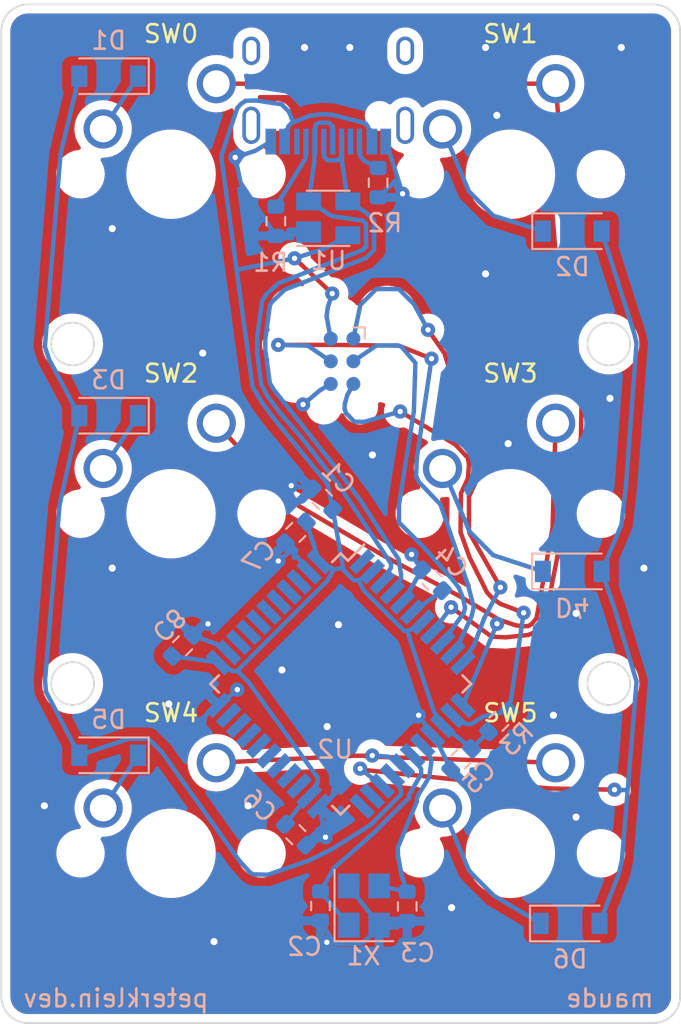
<source format=kicad_pcb>
(kicad_pcb (version 20210126) (generator pcbnew)
  (layers (0 "F.Cu" signal) (31 "B.Cu" signal) (34 "B.Paste" user) (35 "F.Paste" user) (36 "B.SilkS" user "B.Silkscreen") (37 "F.SilkS" user "F.Silkscreen") (38 "B.Mask" user) (39 "F.Mask" user) (44 "Edge.Cuts" user))
  (net 0 "")
  (net 1 "GND")
  (net 2 "matrix-0")
  (net 3 "matrix-1")
  (net 4 "matrix-2")
  (net 5 "matrix-3")
  (net 6 "matrix-4")
  (net 7 "switch-diode-0")
  (net 8 "switch-diode-1")
  (net 9 "switch-diode-2")
  (net 10 "switch-diode-3")
  (net 11 "switch-diode-4")
  (net 12 "switch-diode-5")
  (net 13 "usb-dp")
  (net 14 "usb-dn")
  (net 15 "usb-vcc")
  (net 16 "usb-cc1")
  (net 17 "usb-cc2")
  (net 18 "icsp-reset")
  (net 19 "icsp-mosi")
  (net 20 "icsp-miso")
  (net 21 "icsp-sck")
  (net 22 "xtal1")
  (net 23 "xtal2")
  (net 24 "ucap")
  (footprint "SW_Cherry_MX_PCB" (layer "F.Cu") (at 44.575 63.625)
    (fp_text reference "SW5")
    (fp_text value "SW_Cherry_MX_1.00u_PCB" hide)
  )
  (footprint "SW_Cherry_MX_PCB" (layer "F.Cu") (at 25.525 63.625)
    (fp_text reference "SW4")
    (fp_text value "SW_Cherry_MX_1.00u_PCB" hide)
  )
  (footprint "SW_Cherry_MX_PCB" (layer "F.Cu") (at 44.575 25.525)
    (fp_text reference "SW1")
    (fp_text value "SW_Cherry_MX_1.00u_PCB" hide)
  )
  (footprint "SW_Cherry_MX_PCB" (layer "F.Cu") (at 44.575 44.575)
    (fp_text reference "SW3")
    (fp_text value "SW_Cherry_MX_1.00u_PCB" hide)
  )
  (footprint "SW_Cherry_MX_PCB" (layer "F.Cu") (at 25.525 44.575)
    (fp_text reference "SW2")
    (fp_text value "SW_Cherry_MX_1.00u_PCB" hide)
  )
  (footprint "SW_Cherry_MX_PCB" (layer "F.Cu") (at 25.525 25.525)
    (fp_text reference "SW0")
    (fp_text value "SW_Cherry_MX_1.00u_PCB" hide)
  )
  (footprint "R_0603_1608Metric" (layer "B.Cu") (at 33.9146 66.5846 -90)
    (fp_text reference "C2")
    (fp_text value "22 pF")
  )
  (footprint "D_SOD-123" (layer "B.Cu") (at 48.05 28.7209)
    (fp_text reference "D2")
    (fp_text value "4148")
  )
  (footprint "R_0603_1608Metric" (layer "B.Cu") (at 43.93 56.22 45)
    (fp_text reference "R3")
    (fp_text value "10 kΩ")
  )
  (footprint "R_0603_1608Metric" (layer "B.Cu") (at 32.53 45.62 45)
    (fp_text reference "C7")
    (fp_text value "0.1 µF")
  )
  (footprint "D_SOD-123" (layer "B.Cu") (at 22.025 39.075 180)
    (fp_text reference "D3")
    (fp_text value "4148")
  )
  (footprint "D_SOD-123" (layer "B.Cu") (at 48.05 47.8092)
    (fp_text reference "D4")
    (fp_text value "4148")
  )
  (footprint "TQFP-44_10x10mm_P0.8mm" (layer "B.Cu") (at 35.05 54.1225 -135)
    (fp_text reference "U2")
    (fp_text value "ATMEGA32U4-AU")
  )
  (footprint "R_0603_1608Metric" (layer "B.Cu") (at 26.17 51.98 45)
    (fp_text reference "C8")
    (fp_text value "0.1 µF")
  )
  (footprint "R_0603_1608Metric" (layer "B.Cu") (at 38.7849 66.607 -90)
    (fp_text reference "C3")
    (fp_text value "22 pF")
  )
  (footprint "R_0603_1608Metric" (layer "B.Cu") (at 41.81 58.34 45)
    (fp_text reference "C5")
    (fp_text value "0.1 µF")
  )
  (footprint "R_0603_1608Metric" (layer "B.Cu") (at 37.15 26 90)
    (fp_text reference "R2")
    (fp_text value "5.1 kΩ")
  )
  (footprint "D_SOD-123" (layer "B.Cu") (at 22.025 58.125 180)
    (fp_text reference "D5")
    (fp_text value "4148")
  )
  (footprint "D_SOD-123" (layer "B.Cu") (at 47.9255 67.5615)
    (fp_text reference "D6")
    (fp_text value "4148")
  )
  (footprint "D_SOD-123" (layer "B.Cu") (at 22.025 20.025 180)
    (fp_text reference "D1")
    (fp_text value "4148")
  )
  (footprint "R_0603_1608Metric" (layer "B.Cu") (at 40.1775 48.306 -45)
    (fp_text reference "C4")
    (fp_text value "1 µF")
  )
  (footprint "R_0603_1608Metric" (layer "B.Cu") (at 34.0245 43.7661 -45)
    (fp_text reference "C1")
    (fp_text value "10 µF")
  )
  (footprint "HRO-TYPE-C-31-M-12" (layer "B.Cu") (at 34.35 16)
    (fp_text reference "J1" hide)
    (fp_text value "HRO-TYPE-C-31-M-12" hide)
  )
  (footprint "R_0603_1608Metric" (layer "B.Cu") (at 32.53 62.58 -45)
    (fp_text reference "C6")
    (fp_text value "0.1 µF")
  )
  (footprint "Crystal_SMD_3225-4Pin_3.2x2.5mm" (layer "B.Cu") (at 36.3539 66.556 90)
    (fp_text reference "X1")
    (fp_text value "16 MHz")
  )
  (footprint "SOT-143" (layer "B.Cu") (at 34.35 28)
    (fp_text reference "U1")
    (fp_text value "SR05")
  )
  (footprint "Tag-Connect_TC2030-IDC-FP_2x03_P1.27mm_Vertical" (layer "B.Cu") (at 35.1268 36.0217 -90)
    (fp_text reference "Jx1" hide)
    (fp_text value "Tag-Connect_TC2030-IDC-FP_2x03_P1.27mm_Vertical" hide)
  )
  (footprint "R_0603_1608Metric" (layer "B.Cu") (at 31.4096 28.1623 90)
    (fp_text reference "R1")
    (fp_text value "5.1 kΩ")
  )
  (gr_line (start 16.232719 72.452496) (end 16.213407 72.421154) (layer "Edge.Cuts") (width 0.1))
  (gr_line (start 16.000451 71.686811) (end 15.999999 71.65) (layer "Edge.Cuts") (width 0.1))
  (gr_line (start 53.985819 72.224025) (end 53.971314 72.257861) (layer "Edge.Cuts") (width 0.1))
  (gr_line (start 54.095935 71.760346) (end 54.092777 71.797025) (layer "Edge.Cuts") (width 0.1))
  (gr_line (start 16.194869 72.389347) (end 16.177118 72.357095) (layer "Edge.Cuts") (width 0.1))
  (gr_line (start 53.66066 72.71066) (end 53.63431 72.73637) (layer "Edge.Cuts") (width 0.1))
  (gr_line (start 54.071177 71.942635) (end 54.063553 71.978651) (layer "Edge.Cuts") (width 0.1))
  (gr_line (start 54.092777 17.352974) (end 54.095935 17.389653) (layer "Edge.Cuts") (width 0.1))
  (gr_line (start 53.782519 72.572847) (end 53.759515 72.601589) (layer "Edge.Cuts") (width 0.1))
  (gr_line (start 53.174025 16.11418) (end 53.207861 16.128685) (layer "Edge.Cuts") (width 0.1))
  (gr_line (start 16.054335 17.09993) (end 16.064589 17.064572) (layer "Edge.Cuts") (width 0.1))
  (gr_line (start 53.607338 16.388573) (end 53.63431 16.413629) (layer "Edge.Cuts") (width 0.1))
  (gr_line (start 53.971314 72.257861) (end 53.955983 72.291332) (layer "Edge.Cuts") (width 0.1))
  (gr_line (start 53.000069 16.054335) (end 53.035427 16.064589) (layer "Edge.Cuts") (width 0.1))
  (gr_line (start 54.012316 72.155334) (end 53.999489 72.189842) (layer "Edge.Cuts") (width 0.1))
  (gr_line (start 16.697503 72.91728) (end 16.666644 72.897204) (layer "Edge.Cuts") (width 0.1))
  (gr_line (start 16.232719 16.697503) (end 16.252795 16.666644) (layer "Edge.Cuts") (width 0.1))
  (gr_circle (center 50.1 54.099999) (end 51.3 54.099999) (layer "Edge.Cuts") (width 0.1) (fill none))
  (gr_line (start 16.760652 72.95513) (end 16.728845 72.936592) (layer "Edge.Cuts") (width 0.1))
  (gr_line (start 52.636811 73.149548) (end 52.6 73.15) (layer "Edge.Cuts") (width 0.1))
  (gr_line (start 52.6 16) (end 52.636811 16.000451) (layer "Edge.Cuts") (width 0.1))
  (gr_line (start 53.522847 72.832519) (end 53.493548 72.854811) (layer "Edge.Cuts") (width 0.1))
  (gr_line (start 16.177118 16.792904) (end 16.194869 16.760652) (layer "Edge.Cuts") (width 0.1))
  (gr_line (start 16.858667 73.005983) (end 16.825583 72.989836) (layer "Edge.Cuts") (width 0.1))
  (gr_line (start 16.001806 71.723601) (end 16.000451 71.686811) (layer "Edge.Cuts") (width 0.1))
  (gr_line (start 16.273622 72.513712) (end 16.252795 72.483355) (layer "Edge.Cuts") (width 0.1))
  (gr_line (start 17.135529 16.044953) (end 17.171348 16.036446) (layer "Edge.Cuts") (width 0.1))
  (gr_line (start 16.160163 72.324416) (end 16.144016 72.291332) (layer "Edge.Cuts") (width 0.1))
  (gr_line (start 52.673601 16.001806) (end 52.710346 16.004064) (layer "Edge.Cuts") (width 0.1))
  (gr_line (start 52.747025 73.142777) (end 52.710346 73.145935) (layer "Edge.Cuts") (width 0.1))
  (gr_line (start 17.316383 16.01128) (end 17.352974 16.007222) (layer "Edge.Cuts") (width 0.1))
  (gr_line (start 16.075707 17.029477) (end 16.087683 16.994665) (layer "Edge.Cuts") (width 0.1))
  (gr_line (start 53.86728 72.452496) (end 53.847204 72.483355) (layer "Edge.Cuts") (width 0.1))
  (gr_line (start 53.493548 16.295188) (end 53.522847 16.31748) (layer "Edge.Cuts") (width 0.1))
  (gr_line (start 53.999489 16.960157) (end 54.012316 16.994665) (layer "Edge.Cuts") (width 0.1))
  (gr_line (start 53.999489 72.189842) (end 53.985819 72.224025) (layer "Edge.Cuts") (width 0.1))
  (gr_line (start 52.710346 16.004064) (end 52.747025 16.007222) (layer "Edge.Cuts") (width 0.1))
  (gr_line (start 16.52024 16.364186) (end 16.54841 16.340484) (layer "Edge.Cuts") (width 0.1))
  (gr_line (start 53.804811 16.606451) (end 53.826377 16.636287) (layer "Edge.Cuts") (width 0.1))
  (gr_line (start 53.847204 16.666644) (end 53.86728 16.697503) (layer "Edge.Cuts") (width 0.1))
  (gr_line (start 17.171348 16.036446) (end 17.207364 16.028822) (layer "Edge.Cuts") (width 0.1))
  (gr_line (start 54.083764 17.279904) (end 54.088719 17.316383) (layer "Edge.Cuts") (width 0.1))
  (gr_line (start 53.90513 16.760652) (end 53.922881 16.792904) (layer "Edge.Cuts") (width 0.1))
  (gr_line (start 52.928651 73.113553) (end 52.892635 73.121177) (layer "Edge.Cuts") (width 0.1))
  (gr_line (start 16.160163 16.825583) (end 16.177118 16.792904) (layer "Edge.Cuts") (width 0.1))
  (gr_line (start 17.171348 73.113553) (end 17.135529 73.105046) (layer "Edge.Cuts") (width 0.1))
  (gr_line (start 52.856442 16.022083) (end 52.892635 16.028822) (layer "Edge.Cuts") (width 0.1))
  (gr_line (start 53.66066 16.439339) (end 53.68637 16.465689) (layer "Edge.Cuts") (width 0.1))
  (gr_line (start 16.31748 72.572847) (end 16.295188 72.543548) (layer "Edge.Cuts") (width 0.1))
  (gr_line (start 52.928651 16.036446) (end 52.96447 16.044953) (layer "Edge.Cuts") (width 0.1))
  (gr_line (start 16.760652 16.194869) (end 16.792904 16.177118) (layer "Edge.Cuts") (width 0.1))
  (gr_line (start 53.402496 16.232719) (end 53.433355 16.252795) (layer "Edge.Cuts") (width 0.1))
  (gr_line (start 16.577152 16.31748) (end 16.606451 16.295188) (layer "Edge.Cuts") (width 0.1))
  (gr_line (start 53.174025 73.035819) (end 53.139842 73.049489) (layer "Edge.Cuts") (width 0.1))
  (gr_line (start 53.939836 16.825583) (end 53.955983 16.858667) (layer "Edge.Cuts") (width 0.1))
  (gr_line (start 53.551589 72.809515) (end 53.522847 72.832519) (layer "Edge.Cuts") (width 0.1))
  (gr_line (start 53.241332 73.005983) (end 53.207861 73.021314) (layer "Edge.Cuts") (width 0.1))
  (gr_line (start 53.139842 16.10051) (end 53.174025 16.11418) (layer "Edge.Cuts") (width 0.1))
  (gr_line (start 16.001806 17.426398) (end 16.004064 17.389653) (layer "Edge.Cuts") (width 0.1))
  (gr_line (start 53.307095 16.177118) (end 53.339347 16.194869) (layer "Edge.Cuts") (width 0.1))
  (gr_line (start 16.022083 71.906442) (end 16.016235 71.870095) (layer "Edge.Cuts") (width 0.1))
  (gr_line (start 53.759515 16.54841) (end 53.782519 16.577152) (layer "Edge.Cuts") (width 0.1))
  (gr_line (start 16.388573 72.657338) (end 16.364186 72.629759) (layer "Edge.Cuts") (width 0.1))
  (gr_line (start 16.577152 72.832519) (end 16.54841 72.809515) (layer "Edge.Cuts") (width 0.1))
  (gr_line (start 53.035427 16.064589) (end 53.070522 16.075707) (layer "Edge.Cuts") (width 0.1))
  (gr_line (start 17.316383 73.138719) (end 17.279904 73.133764) (layer "Edge.Cuts") (width 0.1))
  (gr_line (start 53.274416 16.160163) (end 53.307095 16.177118) (layer "Edge.Cuts") (width 0.1))
  (gr_line (start 16.388573 16.492661) (end 16.413629 16.465689) (layer "Edge.Cuts") (width 0.1))
  (gr_line (start 16.925974 73.035819) (end 16.892138 73.021314) (layer "Edge.Cuts") (width 0.1))
  (gr_line (start 53.607338 72.761426) (end 53.579759 72.785813) (layer "Edge.Cuts") (width 0.1))
  (gr_line (start 54.045664 17.09993) (end 54.055046 17.135529) (layer "Edge.Cuts") (width 0.1))
  (gr_line (start 15.999999 17.5) (end 16.000451 17.463188) (layer "Edge.Cuts") (width 0.1))
  (gr_line (start 53.759515 72.601589) (end 53.735813 72.629759) (layer "Edge.Cuts") (width 0.1))
  (gr_line (start 53.886592 16.728845) (end 53.90513 16.760652) (layer "Edge.Cuts") (width 0.1))
  (gr_circle (center 20.000146 35.050046) (end 21.200146 35.050046) (layer "Edge.Cuts") (width 0.1) (fill none))
  (gr_line (start 16.144016 16.858667) (end 16.160163 16.825583) (layer "Edge.Cuts") (width 0.1))
  (gr_line (start 16.054335 72.050069) (end 16.044953 72.01447) (layer "Edge.Cuts") (width 0.1))
  (gr_line (start 16.439339 16.439339) (end 16.465689 16.413629) (layer "Edge.Cuts") (width 0.1))
  (gr_line (start 16.728845 72.936592) (end 16.697503 72.91728) (layer "Edge.Cuts") (width 0.1))
  (gr_line (start 17.279904 73.133764) (end 17.243557 73.127916) (layer "Edge.Cuts") (width 0.1))
  (gr_line (start 53.955983 16.858667) (end 53.971314 16.892138) (layer "Edge.Cuts") (width 0.1))
  (gr_line (start 16.177118 72.357095) (end 16.160163 72.324416) (layer "Edge.Cuts") (width 0.1))
  (gr_line (start 16.016235 71.870095) (end 16.01128 71.833616) (layer "Edge.Cuts") (width 0.1))
  (gr_line (start 16.960157 73.049489) (end 16.925974 73.035819) (layer "Edge.Cuts") (width 0.1))
  (gr_line (start 54.03541 72.085427) (end 54.024292 72.120522) (layer "Edge.Cuts") (width 0.1))
  (gr_line (start 16.994665 73.062316) (end 16.960157 73.049489) (layer "Edge.Cuts") (width 0.1))
  (gr_line (start 54.071177 17.207364) (end 54.077916 17.243557) (layer "Edge.Cuts") (width 0.1))
  (gr_line (start 16.31748 16.577152) (end 16.340484 16.54841) (layer "Edge.Cuts") (width 0.1))
  (gr_line (start 53.782519 16.577152) (end 53.804811 16.606451) (layer "Edge.Cuts") (width 0.1))
  (gr_line (start 53.985819 16.925974) (end 53.999489 16.960157) (layer "Edge.Cuts") (width 0.1))
  (gr_line (start 53.971314 16.892138) (end 53.985819 16.925974) (layer "Edge.Cuts") (width 0.1))
  (gr_line (start 16.636287 72.876377) (end 16.606451 72.854811) (layer "Edge.Cuts") (width 0.1))
  (gr_line (start 16.087683 16.994665) (end 16.10051 16.960157) (layer "Edge.Cuts") (width 0.1))
  (gr_line (start 53.241332 16.144016) (end 53.274416 16.160163) (layer "Edge.Cuts") (width 0.1))
  (gr_line (start 16.666644 16.252795) (end 16.697503 16.232719) (layer "Edge.Cuts") (width 0.1))
  (gr_line (start 54.055046 17.135529) (end 54.063553 17.171348) (layer "Edge.Cuts") (width 0.1))
  (gr_line (start 53.90513 72.389347) (end 53.886592 72.421154) (layer "Edge.Cuts") (width 0.1))
  (gr_line (start 53.339347 72.95513) (end 53.307095 72.972881) (layer "Edge.Cuts") (width 0.1))
  (gr_line (start 16.004064 71.760346) (end 16.001806 71.723601) (layer "Edge.Cuts") (width 0.1))
  (gr_line (start 54.1 17.5) (end 54.1 71.65) (layer "Edge.Cuts") (width 0.1))
  (gr_line (start 53.070522 73.074292) (end 53.035427 73.08541) (layer "Edge.Cuts") (width 0.1))
  (gr_line (start 16.044953 72.01447) (end 16.036446 71.978651) (layer "Edge.Cuts") (width 0.1))
  (gr_line (start 16.697503 16.232719) (end 16.728845 16.213407) (layer "Edge.Cuts") (width 0.1))
  (gr_line (start 52.710346 73.145935) (end 52.673601 73.148193) (layer "Edge.Cuts") (width 0.1))
  (gr_line (start 53.826377 72.513712) (end 53.804811 72.543548) (layer "Edge.Cuts") (width 0.1))
  (gr_line (start 52.820095 16.016235) (end 52.856442 16.022083) (layer "Edge.Cuts") (width 0.1))
  (gr_line (start 53.493548 72.854811) (end 53.463712 72.876377) (layer "Edge.Cuts") (width 0.1))
  (gr_line (start 16.892138 73.021314) (end 16.858667 73.005983) (layer "Edge.Cuts") (width 0.1))
  (gr_line (start 16.213407 72.421154) (end 16.194869 72.389347) (layer "Edge.Cuts") (width 0.1))
  (gr_line (start 16.413629 16.465689) (end 16.439339 16.439339) (layer "Edge.Cuts") (width 0.1))
  (gr_line (start 16.465689 16.413629) (end 16.492661 16.388573) (layer "Edge.Cuts") (width 0.1))
  (gr_line (start 17.499999 16) (end 52.6 16) (layer "Edge.Cuts") (width 0.1))
  (gr_line (start 53.070522 16.075707) (end 53.105334 16.087683) (layer "Edge.Cuts") (width 0.1))
  (gr_line (start 53.886592 72.421154) (end 53.86728 72.452496) (layer "Edge.Cuts") (width 0.1))
  (gr_line (start 16.252795 72.483355) (end 16.232719 72.452496) (layer "Edge.Cuts") (width 0.1))
  (gr_line (start 17.207364 73.121177) (end 17.171348 73.113553) (layer "Edge.Cuts") (width 0.1))
  (gr_line (start 16.994665 16.087683) (end 17.029477 16.075707) (layer "Edge.Cuts") (width 0.1))
  (gr_line (start 16.492661 16.388573) (end 16.52024 16.364186) (layer "Edge.Cuts") (width 0.1))
  (gr_line (start 54.077916 71.906442) (end 54.071177 71.942635) (layer "Edge.Cuts") (width 0.1))
  (gr_line (start 52.783616 16.01128) (end 52.820095 16.016235) (layer "Edge.Cuts") (width 0.1))
  (gr_line (start 52.892635 16.028822) (end 52.928651 16.036446) (layer "Edge.Cuts") (width 0.1))
  (gr_line (start 53.847204 72.483355) (end 53.826377 72.513712) (layer "Edge.Cuts") (width 0.1))
  (gr_line (start 16.636287 16.273622) (end 16.666644 16.252795) (layer "Edge.Cuts") (width 0.1))
  (gr_line (start 53.68637 16.465689) (end 53.711426 16.492661) (layer "Edge.Cuts") (width 0.1))
  (gr_line (start 54.024292 17.029477) (end 54.03541 17.064572) (layer "Edge.Cuts") (width 0.1))
  (gr_line (start 54.095935 17.389653) (end 54.098193 17.426398) (layer "Edge.Cuts") (width 0.1))
  (gr_line (start 16.087683 72.155334) (end 16.075707 72.120522) (layer "Edge.Cuts") (width 0.1))
  (gr_line (start 53.463712 72.876377) (end 53.433355 72.897204) (layer "Edge.Cuts") (width 0.1))
  (gr_line (start 53.804811 72.543548) (end 53.782519 72.572847) (layer "Edge.Cuts") (width 0.1))
  (gr_line (start 16.004064 17.389653) (end 16.007222 17.352974) (layer "Edge.Cuts") (width 0.1))
  (gr_line (start 16.036446 17.171348) (end 16.044953 17.135529) (layer "Edge.Cuts") (width 0.1))
  (gr_line (start 17.463188 16.000451) (end 17.499999 16) (layer "Edge.Cuts") (width 0.1))
  (gr_line (start 16.606451 72.854811) (end 16.577152 72.832519) (layer "Edge.Cuts") (width 0.1))
  (gr_line (start 53.922881 72.357095) (end 53.90513 72.389347) (layer "Edge.Cuts") (width 0.1))
  (gr_line (start 16.295188 16.606451) (end 16.31748 16.577152) (layer "Edge.Cuts") (width 0.1))
  (gr_line (start 17.426398 73.148193) (end 17.389653 73.145935) (layer "Edge.Cuts") (width 0.1))
  (gr_line (start 16.825583 72.989836) (end 16.792904 72.972881) (layer "Edge.Cuts") (width 0.1))
  (gr_line (start 16.075707 72.120522) (end 16.064589 72.085427) (layer "Edge.Cuts") (width 0.1))
  (gr_line (start 16.439339 72.71066) (end 16.413629 72.68431) (layer "Edge.Cuts") (width 0.1))
  (gr_line (start 54.092777 71.797025) (end 54.088719 71.833616) (layer "Edge.Cuts") (width 0.1))
  (gr_line (start 53.274416 72.989836) (end 53.241332 73.005983) (layer "Edge.Cuts") (width 0.1))
  (gr_line (start 53.955983 72.291332) (end 53.939836 72.324416) (layer "Edge.Cuts") (width 0.1))
  (gr_line (start 54.099548 71.686811) (end 54.098193 71.723601) (layer "Edge.Cuts") (width 0.1))
  (gr_line (start 17.243557 16.022083) (end 17.279904 16.016235) (layer "Edge.Cuts") (width 0.1))
  (gr_line (start 52.856442 73.127916) (end 52.820095 73.133764) (layer "Edge.Cuts") (width 0.1))
  (gr_line (start 16.364186 16.52024) (end 16.388573 16.492661) (layer "Edge.Cuts") (width 0.1))
  (gr_line (start 16.213407 16.728845) (end 16.232719 16.697503) (layer "Edge.Cuts") (width 0.1))
  (gr_line (start 17.09993 16.054335) (end 17.135529 16.044953) (layer "Edge.Cuts") (width 0.1))
  (gr_line (start 54.098193 17.426398) (end 54.099548 17.463188) (layer "Edge.Cuts") (width 0.1))
  (gr_line (start 53.463712 16.273622) (end 53.493548 16.295188) (layer "Edge.Cuts") (width 0.1))
  (gr_line (start 17.389653 73.145935) (end 17.352974 73.142777) (layer "Edge.Cuts") (width 0.1))
  (gr_line (start 17.029477 73.074292) (end 16.994665 73.062316) (layer "Edge.Cuts") (width 0.1))
  (gr_line (start 16.016235 17.279904) (end 16.022083 17.243557) (layer "Edge.Cuts") (width 0.1))
  (gr_line (start 54.012316 16.994665) (end 54.024292 17.029477) (layer "Edge.Cuts") (width 0.1))
  (gr_line (start 53.433355 16.252795) (end 53.463712 16.273622) (layer "Edge.Cuts") (width 0.1))
  (gr_line (start 16.295188 72.543548) (end 16.273622 72.513712) (layer "Edge.Cuts") (width 0.1))
  (gr_line (start 54.098193 71.723601) (end 54.095935 71.760346) (layer "Edge.Cuts") (width 0.1))
  (gr_line (start 53.922881 16.792904) (end 53.939836 16.825583) (layer "Edge.Cuts") (width 0.1))
  (gr_line (start 17.279904 16.016235) (end 17.316383 16.01128) (layer "Edge.Cuts") (width 0.1))
  (gr_line (start 53.86728 16.697503) (end 53.886592 16.728845) (layer "Edge.Cuts") (width 0.1))
  (gr_line (start 16.000451 17.463188) (end 16.001806 17.426398) (layer "Edge.Cuts") (width 0.1))
  (gr_line (start 53.105334 73.062316) (end 53.070522 73.074292) (layer "Edge.Cuts") (width 0.1))
  (gr_line (start 52.892635 73.121177) (end 52.856442 73.127916) (layer "Edge.Cuts") (width 0.1))
  (gr_line (start 16.128685 72.257861) (end 16.11418 72.224025) (layer "Edge.Cuts") (width 0.1))
  (gr_line (start 53.105334 16.087683) (end 53.139842 16.10051) (layer "Edge.Cuts") (width 0.1))
  (gr_line (start 16.044953 17.135529) (end 16.054335 17.09993) (layer "Edge.Cuts") (width 0.1))
  (gr_line (start 54.03541 17.064572) (end 54.045664 17.09993) (layer "Edge.Cuts") (width 0.1))
  (gr_line (start 52.96447 16.044953) (end 53.000069 16.054335) (layer "Edge.Cuts") (width 0.1))
  (gr_line (start 53.711426 16.492661) (end 53.735813 16.52024) (layer "Edge.Cuts") (width 0.1))
  (gr_line (start 52.96447 73.105046) (end 52.928651 73.113553) (layer "Edge.Cuts") (width 0.1))
  (gr_line (start 53.371154 16.213407) (end 53.402496 16.232719) (layer "Edge.Cuts") (width 0.1))
  (gr_line (start 16.128685 16.892138) (end 16.144016 16.858667) (layer "Edge.Cuts") (width 0.1))
  (gr_line (start 17.207364 16.028822) (end 17.243557 16.022083) (layer "Edge.Cuts") (width 0.1))
  (gr_line (start 16.892138 16.128685) (end 16.925974 16.11418) (layer "Edge.Cuts") (width 0.1))
  (gr_line (start 17.09993 73.095664) (end 17.064572 73.08541) (layer "Edge.Cuts") (width 0.1))
  (gr_line (start 16.364186 72.629759) (end 16.340484 72.601589) (layer "Edge.Cuts") (width 0.1))
  (gr_line (start 53.307095 72.972881) (end 53.274416 72.989836) (layer "Edge.Cuts") (width 0.1))
  (gr_line (start 17.243557 73.127916) (end 17.207364 73.121177) (layer "Edge.Cuts") (width 0.1))
  (gr_line (start 52.6 73.15) (end 17.5 73.15) (layer "Edge.Cuts") (width 0.1))
  (gr_line (start 17.5 73.15) (end 17.5 73.15) (layer "Edge.Cuts") (width 0.1))
  (gr_line (start 16.01128 17.316383) (end 16.016235 17.279904) (layer "Edge.Cuts") (width 0.1))
  (gr_line (start 16.492661 72.761426) (end 16.465689 72.73637) (layer "Edge.Cuts") (width 0.1))
  (gr_line (start 17.135529 73.105046) (end 17.09993 73.095664) (layer "Edge.Cuts") (width 0.1))
  (gr_line (start 17.389653 16.004064) (end 17.426398 16.001806) (layer "Edge.Cuts") (width 0.1))
  (gr_line (start 16.606451 16.295188) (end 16.636287 16.273622) (layer "Edge.Cuts") (width 0.1))
  (gr_line (start 53.000069 73.095664) (end 52.96447 73.105046) (layer "Edge.Cuts") (width 0.1))
  (gr_line (start 53.139842 73.049489) (end 53.105334 73.062316) (layer "Edge.Cuts") (width 0.1))
  (gr_line (start 54.088719 71.833616) (end 54.083764 71.870095) (layer "Edge.Cuts") (width 0.1))
  (gr_line (start 53.63431 16.413629) (end 53.66066 16.439339) (layer "Edge.Cuts") (width 0.1))
  (gr_line (start 53.035427 73.08541) (end 53.000069 73.095664) (layer "Edge.Cuts") (width 0.1))
  (gr_line (start 16.340484 72.601589) (end 16.31748 72.572847) (layer "Edge.Cuts") (width 0.1))
  (gr_line (start 16.144016 72.291332) (end 16.128685 72.257861) (layer "Edge.Cuts") (width 0.1))
  (gr_line (start 16.036446 71.978651) (end 16.028822 71.942635) (layer "Edge.Cuts") (width 0.1))
  (gr_line (start 16.11418 72.224025) (end 16.10051 72.189842) (layer "Edge.Cuts") (width 0.1))
  (gr_line (start 16.252795 16.666644) (end 16.273622 16.636287) (layer "Edge.Cuts") (width 0.1))
  (gr_line (start 16.11418 16.925974) (end 16.128685 16.892138) (layer "Edge.Cuts") (width 0.1))
  (gr_line (start 52.820095 73.133764) (end 52.783616 73.138719) (layer "Edge.Cuts") (width 0.1))
  (gr_line (start 52.673601 73.148193) (end 52.636811 73.149548) (layer "Edge.Cuts") (width 0.1))
  (gr_line (start 54.077916 17.243557) (end 54.083764 17.279904) (layer "Edge.Cuts") (width 0.1))
  (gr_line (start 16.064589 17.064572) (end 16.075707 17.029477) (layer "Edge.Cuts") (width 0.1))
  (gr_line (start 52.747025 16.007222) (end 52.783616 16.01128) (layer "Edge.Cuts") (width 0.1))
  (gr_line (start 54.063553 17.171348) (end 54.071177 17.207364) (layer "Edge.Cuts") (width 0.1))
  (gr_line (start 16.925974 16.11418) (end 16.960157 16.10051) (layer "Edge.Cuts") (width 0.1))
  (gr_line (start 53.711426 72.657338) (end 53.68637 72.68431) (layer "Edge.Cuts") (width 0.1))
  (gr_line (start 53.522847 16.31748) (end 53.551589 16.340484) (layer "Edge.Cuts") (width 0.1))
  (gr_line (start 16.273622 16.636287) (end 16.295188 16.606451) (layer "Edge.Cuts") (width 0.1))
  (gr_line (start 53.68637 72.68431) (end 53.66066 72.71066) (layer "Edge.Cuts") (width 0.1))
  (gr_line (start 17.352974 16.007222) (end 17.389653 16.004064) (layer "Edge.Cuts") (width 0.1))
  (gr_line (start 53.551589 16.340484) (end 53.579759 16.364186) (layer "Edge.Cuts") (width 0.1))
  (gr_line (start 16.858667 16.144016) (end 16.892138 16.128685) (layer "Edge.Cuts") (width 0.1))
  (gr_line (start 17.463188 73.149548) (end 17.426398 73.148193) (layer "Edge.Cuts") (width 0.1))
  (gr_line (start 53.207861 16.128685) (end 53.241332 16.144016) (layer "Edge.Cuts") (width 0.1))
  (gr_circle (center 50.1 35.05) (end 51.3 35.05) (layer "Edge.Cuts") (width 0.1) (fill none))
  (gr_line (start 54.055046 72.01447) (end 54.045664 72.050069) (layer "Edge.Cuts") (width 0.1))
  (gr_line (start 15.999999 71.65) (end 15.999999 17.5) (layer "Edge.Cuts") (width 0.1))
  (gr_line (start 52.636811 16.000451) (end 52.673601 16.001806) (layer "Edge.Cuts") (width 0.1))
  (gr_line (start 16.01128 71.833616) (end 16.007222 71.797025) (layer "Edge.Cuts") (width 0.1))
  (gr_line (start 16.022083 17.243557) (end 16.028822 17.207364) (layer "Edge.Cuts") (width 0.1))
  (gr_line (start 53.735813 72.629759) (end 53.711426 72.657338) (layer "Edge.Cuts") (width 0.1))
  (gr_line (start 54.024292 72.120522) (end 54.012316 72.155334) (layer "Edge.Cuts") (width 0.1))
  (gr_line (start 53.579759 72.785813) (end 53.551589 72.809515) (layer "Edge.Cuts") (width 0.1))
  (gr_line (start 16.792904 72.972881) (end 16.760652 72.95513) (layer "Edge.Cuts") (width 0.1))
  (gr_line (start 53.433355 72.897204) (end 53.402496 72.91728) (layer "Edge.Cuts") (width 0.1))
  (gr_line (start 17.426398 16.001806) (end 17.463188 16.000451) (layer "Edge.Cuts") (width 0.1))
  (gr_line (start 16.666644 72.897204) (end 16.636287 72.876377) (layer "Edge.Cuts") (width 0.1))
  (gr_line (start 54.045664 72.050069) (end 54.03541 72.085427) (layer "Edge.Cuts") (width 0.1))
  (gr_line (start 17.064572 16.064589) (end 17.09993 16.054335) (layer "Edge.Cuts") (width 0.1))
  (gr_line (start 53.579759 16.364186) (end 53.607338 16.388573) (layer "Edge.Cuts") (width 0.1))
  (gr_line (start 17.352974 73.142777) (end 17.316383 73.138719) (layer "Edge.Cuts") (width 0.1))
  (gr_line (start 17.029477 16.075707) (end 17.064572 16.064589) (layer "Edge.Cuts") (width 0.1))
  (gr_line (start 16.413629 72.68431) (end 16.388573 72.657338) (layer "Edge.Cuts") (width 0.1))
  (gr_line (start 16.028822 71.942635) (end 16.022083 71.906442) (layer "Edge.Cuts") (width 0.1))
  (gr_line (start 16.10051 16.960157) (end 16.11418 16.925974) (layer "Edge.Cuts") (width 0.1))
  (gr_line (start 54.099548 17.463188) (end 54.1 17.5) (layer "Edge.Cuts") (width 0.1))
  (gr_line (start 16.465689 72.73637) (end 16.439339 72.71066) (layer "Edge.Cuts") (width 0.1))
  (gr_line (start 54.063553 71.978651) (end 54.055046 72.01447) (layer "Edge.Cuts") (width 0.1))
  (gr_line (start 16.028822 17.207364) (end 16.036446 17.171348) (layer "Edge.Cuts") (width 0.1))
  (gr_line (start 16.728845 16.213407) (end 16.760652 16.194869) (layer "Edge.Cuts") (width 0.1))
  (gr_line (start 16.792904 16.177118) (end 16.825583 16.160163) (layer "Edge.Cuts") (width 0.1))
  (gr_line (start 53.939836 72.324416) (end 53.922881 72.357095) (layer "Edge.Cuts") (width 0.1))
  (gr_line (start 16.825583 16.160163) (end 16.858667 16.144016) (layer "Edge.Cuts") (width 0.1))
  (gr_line (start 16.54841 72.809515) (end 16.52024 72.785813) (layer "Edge.Cuts") (width 0.1))
  (gr_circle (center 20.000305 54.100046) (end 21.200305 54.100046) (layer "Edge.Cuts") (width 0.1) (fill none))
  (gr_line (start 16.340484 16.54841) (end 16.364186 16.52024) (layer "Edge.Cuts") (width 0.1))
  (gr_line (start 54.088719 17.316383) (end 54.092777 17.352974) (layer "Edge.Cuts") (width 0.1))
  (gr_line (start 54.083764 71.870095) (end 54.077916 71.906442) (layer "Edge.Cuts") (width 0.1))
  (gr_line (start 16.10051 72.189842) (end 16.087683 72.155334) (layer "Edge.Cuts") (width 0.1))
  (gr_line (start 52.783616 73.138719) (end 52.747025 73.142777) (layer "Edge.Cuts") (width 0.1))
  (gr_line (start 17.064572 73.08541) (end 17.029477 73.074292) (layer "Edge.Cuts") (width 0.1))
  (gr_line (start 53.207861 73.021314) (end 53.174025 73.035819) (layer "Edge.Cuts") (width 0.1))
  (gr_line (start 16.52024 72.785813) (end 16.492661 72.761426) (layer "Edge.Cuts") (width 0.1))
  (gr_line (start 53.63431 72.73637) (end 53.607338 72.761426) (layer "Edge.Cuts") (width 0.1))
  (gr_line (start 53.402496 72.91728) (end 53.371154 72.936592) (layer "Edge.Cuts") (width 0.1))
  (gr_line (start 16.007222 71.797025) (end 16.004064 71.760346) (layer "Edge.Cuts") (width 0.1))
  (gr_line (start 16.54841 16.340484) (end 16.577152 16.31748) (layer "Edge.Cuts") (width 0.1))
  (gr_line (start 16.960157 16.10051) (end 16.994665 16.087683) (layer "Edge.Cuts") (width 0.1))
  (gr_line (start 54.1 71.65) (end 54.099548 71.686811) (layer "Edge.Cuts") (width 0.1))
  (gr_line (start 16.007222 17.352974) (end 16.01128 17.316383) (layer "Edge.Cuts") (width 0.1))
  (gr_line (start 53.371154 72.936592) (end 53.339347 72.95513) (layer "Edge.Cuts") (width 0.1))
  (gr_line (start 16.064589 72.085427) (end 16.054335 72.050069) (layer "Edge.Cuts") (width 0.1))
  (gr_line (start 16.194869 16.760652) (end 16.213407 16.728845) (layer "Edge.Cuts") (width 0.1))
  (gr_line (start 53.826377 16.636287) (end 53.847204 16.666644) (layer "Edge.Cuts") (width 0.1))
  (gr_line (start 17.5 73.15) (end 17.463188 73.149548) (layer "Edge.Cuts") (width 0.1))
  (gr_line (start 53.339347 16.194869) (end 53.371154 16.213407) (layer "Edge.Cuts") (width 0.1))
  (gr_line (start 53.735813 16.52024) (end 53.759515 16.54841) (layer "Edge.Cuts") (width 0.1))
  (gr_text "peterklein.dev" (at 17.145 71.755) (layer "B.SilkS") (effects (font (size 1 1)) (justify right mirror)))
  (gr_text "maude" (at 52.705 71.755) (layer "B.SilkS") (effects (font (size 1 1)) (justify left mirror)))
  (via (at 29.845 60.96) (size 0.8) (drill 0.4) (layers "F.Cu" "B.Cu") (net 1))
  (via (at 52.07 47.625) (size 0.8) (drill 0.4) (layers "F.Cu" "B.Cu") (net 1))
  (via (at 43.18 18.415) (size 0.8) (drill 0.4) (layers "F.Cu" "B.Cu") (net 1))
  (via (at 29.2453 54.4417) (size 0.8) (layers "F.Cu" "B.Cu") (net 1))
  (via (at 50.165 38.1) (size 0.8) (drill 0.4) (layers "F.Cu" "B.Cu") (net 1))
  (via (at 39.4257 55.8815) (size 0.8) (layers "F.Cu" "B.Cu") (net 1))
  (via (at 27.305 35.56) (size 0.8) (drill 0.4) (layers "F.Cu" "B.Cu") (net 1))
  (via (at 27.94 68.58) (size 0.8) (drill 0.4) (layers "F.Cu" "B.Cu") (net 1))
  (via (at 18.415 60.96) (size 0.8) (drill 0.4) (layers "F.Cu" "B.Cu") (net 1))
  (via (at 34.925 50.8) (size 0.8) (drill 0.4) (layers "F.Cu" "B.Cu") (net 1))
  (via (at 43.18 31.115) (size 0.8) (drill 0.4) (layers "F.Cu" "B.Cu") (net 1))
  (via (at 34.1955 62.7207) (size 0.8) (layers "F.Cu" "B.Cu") (net 1))
  (via (at 41.275 66.675) (size 0.8) (drill 0.4) (layers "F.Cu" "B.Cu") (net 1))
  (via (at 25.4 55.245) (size 0.8) (drill 0.4) (layers "F.Cu" "B.Cu") (net 1))
  (via (at 36.83 41.275) (size 0.8) (drill 0.4) (layers "F.Cu" "B.Cu") (net 1))
  (via (at 50.8 18.415) (size 0.8) (drill 0.4) (layers "F.Cu" "B.Cu") (net 1))
  (via (at 46.99 55.88) (size 0.8) (drill 0.4) (layers "F.Cu" "B.Cu") (net 1))
  (via (at 35.56 18.415) (size 0.8) (drill 0.4) (layers "F.Cu" "B.Cu") (net 1))
  (via (at 22.225 28.575) (size 0.8) (drill 0.4) (layers "F.Cu" "B.Cu") (net 1))
  (via (at 48.26 61.595) (size 0.8) (drill 0.4) (layers "F.Cu" "B.Cu") (net 1))
  (via (at 39.0286 46.8588) (size 0.8) (layers "F.Cu" "B.Cu") (net 1))
  (via (at 38.5245 26.6216) (size 0.8) (layers "F.Cu" "B.Cu") (net 1))
  (via (at 48.26 50.165) (size 0.8) (drill 0.4) (layers "F.Cu" "B.Cu") (net 1))
  (via (at 31.546 47.2258) (size 0.8) (layers "F.Cu" "B.Cu") (net 1))
  (via (at 34.2718 68.6185) (size 0.8) (layers "F.Cu" "B.Cu") (net 1))
  (via (at 32.2744 42.9972) (size 0.8) (layers "F.Cu" "B.Cu") (net 1))
  (via (at 32.9365 38.4451) (size 0.8) (layers "F.Cu" "B.Cu") (net 1))
  (via (at 34.29 56.515) (size 0.8) (drill 0.4) (layers "F.Cu" "B.Cu") (net 1))
  (via (at 33.02 18.415) (size 0.8) (drill 0.4) (layers "F.Cu" "B.Cu") (net 1))
  (via (at 43.815 22.225) (size 0.8) (drill 0.4) (layers "F.Cu" "B.Cu") (net 1))
  (via (at 29.1293 24.5813) (size 0.8) (layers "F.Cu" "B.Cu") (net 1))
  (via (at 22.225 47.625) (size 0.8) (drill 0.4) (layers "F.Cu" "B.Cu") (net 1))
  (via (at 27.6 50.7521) (size 0.8) (layers "F.Cu" "B.Cu") (net 1))
  (via (at 31.75 53.34) (size 0.8) (drill 0.4) (layers "F.Cu" "B.Cu") (net 1))
  (via (at 44.45 40.64) (size 0.8) (drill 0.4) (layers "F.Cu" "B.Cu") (net 1))
  (segment (start 32.2908 46.6168) (end 31.546 47.2258) (width 0.25) (layer "B.Cu") (net 1))
  (segment (start 37.575 23.695) (end 37.9374 24.7507) (width 0.25) (layer "B.Cu") (net 1))
  (segment (start 37.8081 26.2045) (end 38.1638 25.8631) (width 0.25) (layer "B.Cu") (net 1))
  (segment (start 31.4096 28.9873) (end 31.4101 28.9873) (width 0.25) (layer "B.Cu") (net 1))
  (segment (start 38.6075 26.8861) (end 38.5245 26.6216) (width 0.25) (layer "B.Cu") (net 1))
  (segment (start 37.9374 24.7507) (end 38.2755 25.8281) (width 0.25) (layer "B.Cu") (net 1))
  (segment (start 37.15 26.825) (end 37.8081 26.2045) (width 0.25) (layer "B.Cu") (net 1))
  (segment (start 31.125 23.695) (end 30.2498 24.2114) (width 0.25) (layer "B.Cu") (net 1))
  (segment (start 31.4096 28.9873) (end 29.431 25.996) (width 0.25) (layer "B.Cu") (net 1))
  (segment (start 40.5117 57.4473) (end 40.2119 57.0216) (width 0.25) (layer "B.Cu") (net 1))
  (segment (start 37.2039 67.656) (end 38.7849 67.432) (width 0.25) (layer "B.Cu") (net 1))
  (segment (start 30.2498 24.2114) (end 29.1293 24.5813) (width 0.25) (layer "B.Cu") (net 1))
  (segment (start 34.1955 62.7207) (end 34.1953 62.7204) (width 0.25) (layer "B.Cu") (net 1))
  (segment (start 39.5941 47.7226) (end 39.0286 46.8588) (width 0.25) (layer "B.Cu") (net 1))
  (segment (start 33.4411 43.1827) (end 32.2744 42.9972) (width 0.25) (layer "B.Cu") (net 1))
  (segment (start 31.4101 28.9873) (end 33.25 28.77) (width 0.25) (layer "B.Cu") (net 1))
  (segment (start 32.2908 46.6168) (end 33.2822 47.8292) (width 0.25) (layer "B.Cu") (net 1))
  (segment (start 37.2039 67.656) (end 35.5039 65.456) (width 0.25) (layer "B.Cu") (net 1))
  (segment (start 33.1134 63.1634) (end 34.1955 62.7207) (width 0.25) (layer "B.Cu") (net 1))
  (segment (start 29.431 25.996) (end 29.1293 24.5813) (width 0.25) (layer "B.Cu") (net 1))
  (segment (start 34.2718 68.6185) (end 34.5845 68.5295) (width 0.25) (layer "B.Cu") (net 1))
  (segment (start 26.7534 51.3966) (end 27.6 50.7521) (width 0.25) (layer "B.Cu") (net 1))
  (segment (start 31.9466 46.2034) (end 32.2853 46.61) (width 0.25) (layer "B.Cu") (net 1))
  (segment (start 41.2266 58.9234) (end 40.5117 57.4473) (width 0.25) (layer "B.Cu") (net 1))
  (segment (start 38.2755 25.8281) (end 38.6075 26.8861) (width 0.25) (layer "B.Cu") (net 1))
  (segment (start 34.7984 68.7189) (end 36.218 68.7018) (width 0.25) (layer "B.Cu") (net 1))
  (segment (start 36.6043 68.3495) (end 37.2039 67.656) (width 0.25) (layer "B.Cu") (net 1))
  (segment (start 26.7534 51.3966) (end 28.0429 51.8812) (width 0.25) (layer "B.Cu") (net 1))
  (segment (start 40.2119 57.0216) (end 39.4257 55.8815) (width 0.25) (layer "B.Cu") (net 1))
  (segment (start 34.1953 62.7204) (end 33.8479 60.9814) (width 0.25) (layer "B.Cu") (net 1))
  (segment (start 33.8814 37.6521) (end 32.9365 38.4451) (width 0.25) (layer "B.Cu") (net 1))
  (segment (start 29.2453 54.4417) (end 28.1911 55.3246) (width 0.25) (layer "B.Cu") (net 1))
  (segment (start 33.9146 67.4096) (end 34.5845 68.5295) (width 0.25) (layer "B.Cu") (net 1))
  (segment (start 28.0429 51.8812) (end 28.7567 52.3547) (width 0.25) (layer "B.Cu") (net 1))
  (segment (start 34.4918 37.2917) (end 33.8814 37.6521) (width 0.25) (layer "B.Cu") (net 1))
  (segment (start 34.5845 68.5295) (end 34.7984 68.7189) (width 0.25) (layer "B.Cu") (net 1))
  (segment (start 38.9992 48.7596) (end 39.5941 47.7226) (width 0.25) (layer "B.Cu") (net 1))
  (segment (start 38.1638 25.8631) (end 38.2755 25.8281) (width 0.25) (layer "B.Cu") (net 1))
  (segment (start 36.218 68.7018) (end 36.6043 68.3495) (width 0.25) (layer "B.Cu") (net 1))
  (segment (start 32.2853 46.61) (end 32.2908 46.6168) (width 0.25) (layer "B.Cu") (net 1))
  (segment (start 38.5148 49.5263) (end 38.9992 48.7596) (width 0.25) (layer "B.Cu") (net 1))
  (segment (start 47.1133 20.4448) (end 47.115 20.445) (width 0.25) (layer "F.Cu") (net 2))
  (segment (start 44.3022 51.5083) (end 45.575 51.3755) (width 0.25) (layer "F.Cu") (net 2))
  (segment (start 41.2476 49.8192) (end 43.5273 51.471) (width 0.25) (layer "F.Cu") (net 2))
  (segment (start 45.575 51.3755) (end 45.8584 51.2558) (width 0.25) (layer "F.Cu") (net 2))
  (segment (start 46.1186 51.0794) (end 46.4937 50.6174) (width 0.25) (layer "F.Cu") (net 2))
  (segment (start 43.5273 51.471) (end 44.3022 51.5083) (width 0.25) (layer "F.Cu") (net 2))
  (segment (start 48.5609 38.5908) (end 47.115 20.445) (width 0.25) (layer "F.Cu") (net 2))
  (segment (start 46.4937 50.6174) (end 48.5372 40.2821) (width 0.25) (layer "F.Cu") (net 2))
  (segment (start 48.5372 40.2821) (end 48.5609 38.5908) (width 0.25) (layer "F.Cu") (net 2))
  (segment (start 45.8584 51.2558) (end 46.1186 51.0794) (width 0.25) (layer "F.Cu") (net 2))
  (segment (start 28.065 20.445) (end 47.1133 20.4448) (width 0.25) (layer "F.Cu") (net 2))
  (via (at 41.2476 49.8192) (size 0.8) (layers "F.Cu" "B.Cu") (net 2))
  (segment (start 41.2476 49.8192) (end 40.2119 51.2234) (width 0.25) (layer "B.Cu") (net 2))
  (segment (start 44.8989 50.84) (end 43.9576 50.5278) (width 0.25) (layer "F.Cu") (net 3))
  (segment (start 37.5874 47.004) (end 31.949 43.6986) (width 0.25) (layer "F.Cu") (net 3))
  (segment (start 43.9575 50.5277) (end 41.77 49.225) (width 0.25) (layer "F.Cu") (net 3))
  (segment (start 46.0434 50.4308) (end 45.7665 50.7677) (width 0.25) (layer "F.Cu") (net 3))
  (segment (start 31.4042 43.1528) (end 28.065 39.495) (width 0.25) (layer "F.Cu") (net 3))
  (segment (start 45.7665 50.7677) (end 45.5847 50.8738) (width 0.25) (layer "F.Cu") (net 3))
  (segment (start 45.3248 50.8844) (end 44.8989 50.84) (width 0.25) (layer "F.Cu") (net 3))
  (segment (start 43.9576 50.5278) (end 43.9575 50.5277) (width 0.25) (layer "F.Cu") (net 3))
  (segment (start 47.115 39.495) (end 46.9395 45.3683) (width 0.25) (layer "F.Cu") (net 3))
  (segment (start 31.949 43.6986) (end 31.4042 43.1528) (width 0.25) (layer "F.Cu") (net 3))
  (segment (start 41.77 49.225) (end 37.5874 47.004) (width 0.25) (layer "F.Cu") (net 3))
  (segment (start 43.9575 50.5277) (end 43.8277 50.7457) (width 0.25) (layer "F.Cu") (net 3))
  (segment (start 46.9395 45.3683) (end 46.0434 50.4308) (width 0.25) (layer "F.Cu") (net 3))
  (segment (start 45.5847 50.8738) (end 45.3248 50.8844) (width 0.25) (layer "F.Cu") (net 3))
  (via (at 43.8277 50.7457) (size 0.8) (layers "F.Cu" "B.Cu") (net 3))
  (segment (start 41.9089 55.3246) (end 43.8277 50.7457) (width 0.25) (layer "B.Cu") (net 3))
  (segment (start 28.065 58.545) (end 35.8429 58.1499) (width 0.25) (layer "F.Cu") (net 4))
  (segment (start 36.8201 58.2058) (end 47.115 58.545) (width 0.25) (layer "F.Cu") (net 4))
  (segment (start 36.4438 58.1499) (end 36.4888 58.1949) (width 0.25) (layer "F.Cu") (net 4))
  (segment (start 35.8429 58.1499) (end 36.4438 58.1499) (width 0.25) (layer "F.Cu") (net 4))
  (segment (start 36.4888 58.1949) (end 36.8201 58.2058) (width 0.25) (layer "F.Cu") (net 4))
  (segment (start 36.8201 58.2058) (end 36.8223 58.1394) (width 0.25) (layer "F.Cu") (net 4))
  (via (at 36.8223 58.1394) (size 0.8) (layers "F.Cu" "B.Cu") (net 4))
  (segment (start 38.5148 58.7187) (end 37.7276 58.2054) (width 0.25) (layer "B.Cu") (net 4))
  (segment (start 37.7276 58.2054) (end 36.8223 58.1394) (width 0.25) (layer "B.Cu") (net 4))
  (segment (start 20.375 58.125) (end 18.5039 54.5548) (width 0.25) (layer "B.Cu") (net 5))
  (segment (start 19.3223 24.3963) (end 20.375 20.025) (width 0.25) (layer "B.Cu") (net 5))
  (segment (start 38.4335 60.3207) (end 38.4335 60.0511) (width 0.25) (layer "B.Cu") (net 5))
  (segment (start 34.5337 63.4084) (end 36.7228 62.0315) (width 0.25) (layer "B.Cu") (net 5))
  (segment (start 18.444 35.2018) (end 19.3223 24.3963) (width 0.25) (layer "B.Cu") (net 5))
  (segment (start 18.6817 35.9149) (end 18.444 35.2018) (width 0.25) (layer "B.Cu") (net 5))
  (segment (start 25.0124 57.9466) (end 29.3379 64.0133) (width 0.25) (layer "B.Cu") (net 5))
  (segment (start 37.3022 61.4521) (end 37.3022 61.452) (width 0.25) (layer "B.Cu") (net 5))
  (segment (start 29.9636 64.7054) (end 30.1516 64.8105) (width 0.25) (layer "B.Cu") (net 5))
  (segment (start 24.2116 57.1997) (end 24.2938 57.2339) (width 0.25) (layer "B.Cu") (net 5))
  (segment (start 29.3379 64.0133) (end 29.9636 64.7054) (width 0.25) (layer "B.Cu") (net 5))
  (segment (start 20.375 39.075) (end 18.6817 35.9149) (width 0.25) (layer "B.Cu") (net 5))
  (segment (start 37.3022 61.452) (end 38.4335 60.3207) (width 0.25) (layer "B.Cu") (net 5))
  (segment (start 30.1516 64.8105) (end 30.9651 64.8269) (width 0.25) (layer "B.Cu") (net 5))
  (segment (start 30.9651 64.8269) (end 33.2782 64.0254) (width 0.25) (layer "B.Cu") (net 5))
  (segment (start 36.7228 62.0315) (end 37.3022 61.4521) (width 0.25) (layer "B.Cu") (net 5))
  (segment (start 38.4335 60.0511) (end 37.9491 59.2844) (width 0.25) (layer "B.Cu") (net 5))
  (segment (start 18.4539 53.9117) (end 19.2684 44.0901) (width 0.25) (layer "B.Cu") (net 5))
  (segment (start 23.1469 57.1996) (end 24.2116 57.1997) (width 0.25) (layer "B.Cu") (net 5))
  (segment (start 33.2782 64.0254) (end 34.5337 63.4084) (width 0.25) (layer "B.Cu") (net 5))
  (segment (start 24.2938 57.2339) (end 25.0124 57.9466) (width 0.25) (layer "B.Cu") (net 5))
  (segment (start 18.5039 54.5548) (end 18.4539 53.9117) (width 0.25) (layer "B.Cu") (net 5))
  (segment (start 20.375 58.125) (end 23.1469 57.1996) (width 0.25) (layer "B.Cu") (net 5))
  (segment (start 19.2684 44.0901) (end 20.375 39.075) (width 0.25) (layer "B.Cu") (net 5))
  (segment (start 44.577 59.8083) (end 36.1433 58.9263) (width 0.25) (layer "F.Cu") (net 6))
  (segment (start 50.4187 60.0575) (end 46.8607 59.9917) (width 0.25) (layer "F.Cu") (net 6))
  (segment (start 36.1433 58.9263) (end 36.1433 58.8752) (width 0.25) (layer "F.Cu") (net 6))
  (segment (start 46.8607 59.9917) (end 44.577 59.8083) (width 0.25) (layer "F.Cu") (net 6))
  (via (at 50.4187 60.0575) (size 0.8) (layers "F.Cu" "B.Cu") (net 6))
  (via (at 36.1433 58.8752) (size 0.8) (layers "F.Cu" "B.Cu") (net 6))
  (segment (start 51.6577 53.9864) (end 51.1583 60.088) (width 0.25) (layer "B.Cu") (net 6))
  (segment (start 51.0525 60.0793) (end 51.1583 60.088) (width 0.25) (layer "B.Cu") (net 6))
  (segment (start 49.7 28.7209) (end 51.5433 34.5104) (width 0.25) (layer "B.Cu") (net 6))
  (segment (start 37.3835 59.8501) (end 36.1433 58.8752) (width 0.25) (layer "B.Cu") (net 6))
  (segment (start 50.9432 60.0793) (end 51.0525 60.0793) (width 0.25) (layer "B.Cu") (net 6))
  (segment (start 49.7 47.8092) (end 50.4131 49.8602) (width 0.25) (layer "B.Cu") (net 6))
  (segment (start 50.8085 45.1915) (end 49.7 47.8092) (width 0.25) (layer "B.Cu") (net 6))
  (segment (start 50.4187 60.0575) (end 50.9432 60.0793) (width 0.25) (layer "B.Cu") (net 6))
  (segment (start 51.1583 60.088) (end 50.8365 64.0203) (width 0.25) (layer "B.Cu") (net 6))
  (segment (start 51.5433 34.5104) (end 51.6564 35.0101) (width 0.25) (layer "B.Cu") (net 6))
  (segment (start 50.658 64.7792) (end 49.5755 67.5615) (width 0.25) (layer "B.Cu") (net 6))
  (segment (start 50.4131 49.8602) (end 51.6577 53.9864) (width 0.25) (layer "B.Cu") (net 6))
  (segment (start 51.068 42.9415) (end 50.8085 45.1915) (width 0.25) (layer "B.Cu") (net 6))
  (segment (start 51.6564 35.0101) (end 51.068 42.9415) (width 0.25) (layer "B.Cu") (net 6))
  (segment (start 50.8365 64.0203) (end 50.658 64.7792) (width 0.25) (layer "B.Cu") (net 6))
  (segment (start 23.675 20.025) (end 21.715 22.985) (width 0.25) (layer "B.Cu") (net 7))
  (segment (start 42.2497 26.4882) (end 40.7651 22.985) (width 0.25) (layer "B.Cu") (net 8))
  (segment (start 43.6118 27.8503) (end 42.2497 26.4882) (width 0.25) (layer "B.Cu") (net 8))
  (segment (start 40.7651 22.985) (end 40.765 22.985) (width 0.25) (layer "B.Cu") (net 8))
  (segment (start 46.4 28.7209) (end 43.6118 27.8503) (width 0.25) (layer "B.Cu") (net 8))
  (segment (start 21.715 42.035) (end 23.675 39.075) (width 0.25) (layer "B.Cu") (net 9))
  (segment (start 42.2575 45.5115) (end 40.9377 42.4021) (width 0.25) (layer "B.Cu") (net 10))
  (segment (start 42.2829 45.5706) (end 42.2575 45.5115) (width 0.25) (layer "B.Cu") (net 10))
  (segment (start 43.6118 46.9003) (end 42.3241 45.6126) (width 0.25) (layer "B.Cu") (net 10))
  (segment (start 42.3241 45.6126) (end 42.2829 45.5706) (width 0.25) (layer "B.Cu") (net 10))
  (segment (start 40.9377 42.4021) (end 40.765 42.035) (width 0.25) (layer "B.Cu") (net 10))
  (segment (start 46.4 47.8092) (end 43.6118 46.9003) (width 0.25) (layer "B.Cu") (net 10))
  (segment (start 21.715 61.085) (end 23.675 58.125) (width 0.25) (layer "B.Cu") (net 11))
  (segment (start 40.765 61.085) (end 42.2455 64.5783) (width 0.25) (layer "B.Cu") (net 12))
  (segment (start 42.2455 64.5783) (end 42.4848 64.8435) (width 0.25) (layer "B.Cu") (net 12))
  (segment (start 42.4848 64.8435) (end 43.6464 66.0034) (width 0.25) (layer "B.Cu") (net 12))
  (segment (start 43.6464 66.0034) (end 46.2755 67.5615) (width 0.25) (layer "B.Cu") (net 12))
  (segment (start 34.9102 42.1544) (end 31.3082 37.6295) (width 0.25) (layer "B.Cu") (net 13))
  (segment (start 35.1024 23.7532) (end 35.1338 24.8801) (width 0.25) (layer "B.Cu") (net 13))
  (segment (start 34.1075 23.8286) (end 34.1 23.695) (width 0.25) (layer "B.Cu") (net 13))
  (segment (start 31.9124 32.0024) (end 36.4714 30.2256) (width 0.25) (layer "B.Cu") (net 13))
  (segment (start 36.4714 27.6744) (end 35.45 27.05) (width 0.25) (layer "B.Cu") (net 13))
  (segment (start 35.1 23.695) (end 35.1024 23.7532) (width 0.25) (layer "B.Cu") (net 13))
  (segment (start 36.9256 29.7714) (end 36.9256 28.1286) (width 0.25) (layer "B.Cu") (net 13))
  (segment (start 30.816 34.7994) (end 31.0732 32.8841) (width 0.25) (layer "B.Cu") (net 13))
  (segment (start 36.9256 28.1286) (end 36.4714 27.6744) (width 0.25) (layer "B.Cu") (net 13))
  (segment (start 38.4335 48.1939) (end 38.4335 47.9508) (width 0.25) (layer "B.Cu") (net 13))
  (segment (start 34.8204 24.7453) (end 34.3152 24.7453) (width 0.25) (layer "B.Cu") (net 13))
  (segment (start 35.1338 24.8801) (end 35.45 27.05) (width 0.25) (layer "B.Cu") (net 13))
  (segment (start 30.816 35.4002) (end 30.816 34.7994) (width 0.25) (layer "B.Cu") (net 13))
  (segment (start 31.0732 32.8841) (end 31.1583 32.7235) (width 0.25) (layer "B.Cu") (net 13))
  (segment (start 36.4714 30.2256) (end 36.9256 29.7714) (width 0.25) (layer "B.Cu") (net 13))
  (segment (start 34.1247 24.5548) (end 34.1075 23.8286) (width 0.25) (layer "B.Cu") (net 13))
  (segment (start 37.9491 48.9606) (end 38.4335 48.1939) (width 0.25) (layer "B.Cu") (net 13))
  (segment (start 34.9114 24.7238) (end 34.8204 24.7453) (width 0.25) (layer "B.Cu") (net 13))
  (segment (start 35.0753 24.5548) (end 34.9114 24.7238) (width 0.25) (layer "B.Cu") (net 13))
  (segment (start 36.1648 43.8392) (end 34.9102 42.1544) (width 0.25) (layer "B.Cu") (net 13))
  (segment (start 31.0732 37.2544) (end 30.816 35.4002) (width 0.25) (layer "B.Cu") (net 13))
  (segment (start 38.2972 47.1261) (end 36.1648 43.8392) (width 0.25) (layer "B.Cu") (net 13))
  (segment (start 31.1583 32.7235) (end 31.9124 32.0024) (width 0.25) (layer "B.Cu") (net 13))
  (segment (start 35.1 23.695) (end 35.0753 24.5548) (width 0.25) (layer "B.Cu") (net 13))
  (segment (start 31.3082 37.6295) (end 31.0732 37.2544) (width 0.25) (layer "B.Cu") (net 13))
  (segment (start 34.3152 24.7453) (end 34.1247 24.5548) (width 0.25) (layer "B.Cu") (net 13))
  (segment (start 38.4335 47.9508) (end 38.2972 47.1261) (width 0.25) (layer "B.Cu") (net 13))
  (segment (start 34.9477 42.9724) (end 37.8833 47.3916) (width 0.25) (layer "B.Cu") (net 14))
  (segment (start 37.8679 47.6057) (end 37.3835 48.3949) (width 0.25) (layer "B.Cu") (net 14))
  (segment (start 33.6161 22.9543) (end 33.6 23.695) (width 0.25) (layer "B.Cu") (net 14))
  (segment (start 30.3657 34.6128) (end 30.3657 35.5868) (width 0.25) (layer "B.Cu") (net 14))
  (segment (start 33.8691 22.6362) (end 33.658 22.7288) (width 0.25) (layer "B.Cu") (net 14))
  (segment (start 34.2932 22.6362) (end 33.8691 22.6362) (width 0.25) (layer "B.Cu") (net 14))
  (segment (start 36.4753 29.5848) (end 36.2848 29.7753) (width 0.25) (layer "B.Cu") (net 14))
  (segment (start 36.4753 28.3152) (end 36.4753 29.5848) (width 0.25) (layer "B.Cu") (net 14))
  (segment (start 37.8833 47.3916) (end 37.8679 47.6057) (width 0.25) (layer "B.Cu") (net 14))
  (segment (start 31.56 31.6409) (end 30.8936 32.2317) (width 0.25) (layer "B.Cu") (net 14))
  (segment (start 34.5443 27.8717) (end 36.2848 28.1247) (width 0.25) (layer "B.Cu") (net 14))
  (segment (start 34.6007 22.8409) (end 34.3989 22.6618) (width 0.25) (layer "B.Cu") (net 14))
  (segment (start 32.7974 40.2388) (end 34.9477 42.9724) (width 0.25) (layer "B.Cu") (net 14))
  (segment (start 36.2848 28.1247) (end 36.4753 28.3152) (width 0.25) (layer "B.Cu") (net 14))
  (segment (start 30.9649 38.009) (end 31.6531 38.9244) (width 0.25) (layer "B.Cu") (net 14))
  (segment (start 30.3657 35.5868) (end 30.5866 37.3131) (width 0.25) (layer "B.Cu") (net 14))
  (segment (start 30.5866 37.3131) (end 30.9649 38.009) (width 0.25) (layer "B.Cu") (net 14))
  (segment (start 36.2848 29.7753) (end 31.56 31.6409) (width 0.25) (layer "B.Cu") (net 14))
  (segment (start 31.6531 38.9244) (end 32.7974 40.2388) (width 0.25) (layer "B.Cu") (net 14))
  (segment (start 33.658 22.7288) (end 33.6161 22.9543) (width 0.25) (layer "B.Cu") (net 14))
  (segment (start 33.25 27.05) (end 34.5443 27.8717) (width 0.25) (layer "B.Cu") (net 14))
  (segment (start 34.6 23.695) (end 34.6007 22.8409) (width 0.25) (layer "B.Cu") (net 14))
  (segment (start 33.25 27.05) (end 33.5761 24.7978) (width 0.25) (layer "B.Cu") (net 14))
  (segment (start 33.5761 24.7978) (end 33.6 23.695) (width 0.25) (layer "B.Cu") (net 14))
  (segment (start 34.3989 22.6618) (end 34.2932 22.6362) (width 0.25) (layer "B.Cu") (net 14))
  (segment (start 30.8936 32.2317) (end 30.6421 32.6335) (width 0.25) (layer "B.Cu") (net 14))
  (segment (start 30.6421 32.6335) (end 30.3657 34.6128) (width 0.25) (layer "B.Cu") (net 14))
  (segment (start 34.5745 32.2214) (end 32.4586 30.2438) (width 0.25) (layer "F.Cu") (net 15))
  (via (at 32.4586 30.2438) (size 0.8) (layers "F.Cu" "B.Cu") (net 15))
  (via (at 34.5745 32.2214) (size 0.8) (layers "F.Cu" "B.Cu") (net 15))
  (segment (start 32.4586 30.2438) (end 29.2945 30.8766) (width 0.25) (layer "B.Cu") (net 15))
  (segment (start 30.6099 38.3084) (end 30.1003 37.4402) (width 0.25) (layer "B.Cu") (net 15))
  (segment (start 32.3887 22.6192) (end 32.2765 22.6651) (width 0.25) (layer "B.Cu") (net 15))
  (segment (start 29.2418 21.819) (end 29.4318 21.5964) (width 0.25) (layer "B.Cu") (net 15))
  (segment (start 36.3334 48.8656) (end 36.7311 49.2633) (width 0.25) (layer "B.Cu") (net 15))
  (segment (start 34.0043 22.158) (end 34.5745 22.1892) (width 0.25) (layer "B.Cu") (net 15))
  (segment (start 33.8575 47.2465) (end 33.8479 47.2411) (width 0.25) (layer "B.Cu") (net 15))
  (segment (start 34.5745 22.1892) (end 36.2121 22.6046) (width 0.25) (layer "B.Cu") (net 15))
  (segment (start 29.2091 30.8882) (end 28.3671 24.6977) (width 0.25) (layer "B.Cu") (net 15))
  (segment (start 33.2276 60.3727) (end 33.2822 60.4158) (width 0.25) (layer "B.Cu") (net 15))
  (segment (start 36.0511 48.3136) (end 36.3334 48.8656) (width 0.25) (layer "B.Cu") (net 15))
  (segment (start 33.552 59.9615) (end 33.7666 59.649) (width 0.25) (layer "B.Cu") (net 15))
  (segment (start 28.3671 24.6977) (end 28.3726 24.4244) (width 0.25) (layer "B.Cu") (net 15))
  (segment (start 40.7886 56.4425) (end 42.3934 57.7566) (width 0.25) (layer "B.Cu") (net 15))
  (segment (start 38.8537 51.1421) (end 39.6462 50.6577) (width 0.25) (layer "B.Cu") (net 15))
  (segment (start 32.1387 22.0089) (end 32.3887 22.6192) (width 0.25) (layer "B.Cu") (net 15))
  (segment (start 28.3726 24.4244) (end 29.2418 21.819) (width 0.25) (layer "B.Cu") (net 15))
  (segment (start 38.7793 51.1421) (end 38.8537 51.1421) (width 0.25) (layer "B.Cu") (net 15))
  (segment (start 29.7117 21.4036) (end 30.3225 21.3891) (width 0.25) (layer "B.Cu") (net 15))
  (segment (start 32.2765 22.6651) (end 32.1081 22.8466) (width 0.25) (layer "B.Cu") (net 15))
  (segment (start 33.8479 47.2411) (end 33.1134 45.0366) (width 0.25) (layer "B.Cu") (net 15))
  (segment (start 30.9245 51.7078) (end 32.6353 49.997) (width 0.25) (layer "B.Cu") (net 15))
  (segment (start 34.6592 47.6966) (end 34.6571 47.6969) (width 0.25) (layer "B.Cu") (net 15))
  (segment (start 33.8575 47.2465) (end 33.8479 47.2636) (width 0.25) (layer "B.Cu") (net 15))
  (segment (start 36.2121 22.6046) (end 36.4582 22.6863) (width 0.25) (layer "B.Cu") (net 15))
  (segment (start 34.4918 34.7517) (end 34.2562 33.5028) (width 0.25) (layer "B.Cu") (net 15))
  (segment (start 35.183 47.6041) (end 35.2068 47.739) (width 0.25) (layer "B.Cu") (net 15))
  (segment (start 33.7666 59.649) (end 33.7666 59.3977) (width 0.25) (layer "B.Cu") (net 15))
  (segment (start 34.3127 42.9049) (end 31.2027 39.1151) (width 0.25) (layer "B.Cu") (net 15))
  (segment (start 35.2068 47.739) (end 35.7814 48.3136) (width 0.25) (layer "B.Cu") (net 15))
  (segment (start 36.7311 49.2633) (end 36.7329 49.2652) (width 0.25) (layer "B.Cu") (net 15))
  (segment (start 38.6098 51.1421) (end 38.7793 51.1421) (width 0.25) (layer "B.Cu") (net 15))
  (segment (start 35.7814 48.3136) (end 36.0511 48.3136) (width 0.25) (layer "B.Cu") (net 15))
  (segment (start 36.7329 49.2652) (end 38.6098 51.1421) (width 0.25) (layer "B.Cu") (net 15))
  (segment (start 35.183 47.6041) (end 34.6592 47.6966) (width 0.25) (layer "B.Cu") (net 15))
  (segment (start 32.6353 49.997) (end 32.6353 49.9969) (width 0.25) (layer "B.Cu") (net 15))
  (segment (start 28.9578 53.4048) (end 29.2274 53.4048) (width 0.25) (layer "B.Cu") (net 15))
  (segment (start 32.1081 22.8466) (end 31.9 23.695) (width 0.25) (layer "B.Cu") (net 15))
  (segment (start 40.2931 55.689) (end 38.7794 51.1486) (width 0.25) (layer "B.Cu") (net 15))
  (segment (start 28.1911 52.9204) (end 28.9578 53.4048) (width 0.25) (layer "B.Cu") (net 15))
  (segment (start 36.5767 22.8593) (end 36.8 23.695) (width 0.25) (layer "B.Cu") (net 15))
  (segment (start 40.7886 56.4425) (end 40.2931 55.689) (width 0.25) (layer "B.Cu") (net 15))
  (segment (start 40.7886 56.4425) (end 40.7776 56.456) (width 0.25) (layer "B.Cu") (net 15))
  (segment (start 30.3225 21.3891) (end 31.7295 21.5997) (width 0.25) (layer "B.Cu") (net 15))
  (segment (start 29.4318 21.5964) (end 29.7117 21.4036) (width 0.25) (layer "B.Cu") (net 15))
  (segment (start 34.6079 44.3495) (end 34.6081 44.3498) (width 0.25) (layer "B.Cu") (net 15))
  (segment (start 30.1003 37.4402) (end 29.2091 30.8882) (width 0.25) (layer "B.Cu") (net 15))
  (segment (start 31.2027 39.1151) (end 30.6099 38.3084) (width 0.25) (layer "B.Cu") (net 15))
  (segment (start 34.6081 44.3498) (end 35.183 47.6041) (width 0.25) (layer "B.Cu") (net 15))
  (segment (start 34.2983 48.3339) (end 34.6571 47.6969) (width 0.25) (layer "B.Cu") (net 15))
  (segment (start 33.2276 60.3727) (end 33.552 59.9615) (width 0.25) (layer "B.Cu") (net 15))
  (segment (start 29.2435 53.3887) (end 30.9244 51.7078) (width 0.25) (layer "B.Cu") (net 15))
  (segment (start 29.2945 30.8766) (end 29.2091 30.8882) (width 0.25) (layer "B.Cu") (net 15))
  (segment (start 33.2276 60.3727) (end 31.9466 61.9966) (width 0.25) (layer "B.Cu") (net 15))
  (segment (start 34.1202 29.7152) (end 35.45 28.95) (width 0.25) (layer "B.Cu") (net 15))
  (segment (start 38.7794 51.1486) (end 38.7793 51.1486) (width 0.25) (layer "B.Cu") (net 15))
  (segment (start 43.3466 56.8034) (end 42.3934 57.7566) (width 0.25) (layer "B.Cu") (net 15))
  (segment (start 29.2274 53.4048) (end 29.2435 53.3887) (width 0.25) (layer "B.Cu") (net 15))
  (segment (start 28.1911 52.9204) (end 25.5866 52.5634) (width 0.25) (layer "B.Cu") (net 15))
  (segment (start 29.8978 54.043) (end 29.2435 53.3887) (width 0.25) (layer "B.Cu") (net 15))
  (segment (start 31.7295 21.5997) (end 32.1387 22.0089) (width 0.25) (layer "B.Cu") (net 15))
  (segment (start 38.7793 51.1486) (end 38.7793 51.1421) (width 0.25) (layer "B.Cu") (net 15))
  (segment (start 32.3887 22.6192) (end 33.2987 22.2464) (width 0.25) (layer "B.Cu") (net 15))
  (segment (start 32.6353 49.9969) (end 34.2983 48.3339) (width 0.25) (layer "B.Cu") (net 15))
  (segment (start 33.7666 59.3977) (end 29.8978 54.043) (width 0.25) (layer "B.Cu") (net 15))
  (segment (start 36.0511 48.3136) (end 36.8178 47.8292) (width 0.25) (layer "B.Cu") (net 15))
  (segment (start 32.4586 30.2438) (end 34.1202 29.7152) (width 0.25) (layer "B.Cu") (net 15))
  (segment (start 34.325 32.9946) (end 34.5745 32.2214) (width 0.25) (layer "B.Cu") (net 15))
  (segment (start 30.9244 51.7078) (end 30.9245 51.7078) (width 0.25) (layer "B.Cu") (net 15))
  (segment (start 33.2987 22.2464) (end 34.0043 22.158) (width 0.25) (layer "B.Cu") (net 15))
  (segment (start 34.6571 47.6969) (end 33.8575 47.2465) (width 0.25) (layer "B.Cu") (net 15))
  (segment (start 34.2562 33.5028) (end 34.325 32.9946) (width 0.25) (layer "B.Cu") (net 15))
  (segment (start 34.6079 44.3495) (end 34.3127 42.9049) (width 0.25) (layer "B.Cu") (net 15))
  (segment (start 36.4582 22.6863) (end 36.5767 22.8593) (width 0.25) (layer "B.Cu") (net 15))
  (segment (start 33.0708 24.6492) (end 31.4096 27.3373) (width 0.25) (layer "B.Cu") (net 16))
  (segment (start 33.1 23.695) (end 33.0708 24.6492) (width 0.25) (layer "B.Cu") (net 16))
  (segment (start 36.2012 24.585) (end 36.3551 24.7628) (width 0.25) (layer "B.Cu") (net 17))
  (segment (start 36.3551 24.7628) (end 37.15 25.175) (width 0.25) (layer "B.Cu") (net 17))
  (segment (start 36.1577 24.5021) (end 36.2012 24.585) (width 0.25) (layer "B.Cu") (net 17))
  (segment (start 36.1 23.695) (end 36.1577 24.5021) (width 0.25) (layer "B.Cu") (net 17))
  (segment (start 41.7994 43.4252) (end 41.7767 45.6078) (width 0.25) (layer "F.Cu") (net 18))
  (segment (start 42.2497 41.7881) (end 42.1886 42.5988) (width 0.25) (layer "F.Cu") (net 18))
  (segment (start 43.5436 49.29) (end 43.9828 49.6157) (width 0.25) (layer "F.Cu") (net 18))
  (segment (start 41.4939 40.6972) (end 42.1736 41.4265) (width 0.25) (layer "F.Cu") (net 18))
  (segment (start 42.1736 41.4265) (end 42.2497 41.7881) (width 0.25) (layer "F.Cu") (net 18))
  (segment (start 43.2607 48.9851) (end 43.5436 49.29) (width 0.25) (layer "F.Cu") (net 18))
  (segment (start 43.9828 49.6157) (end 45.3181 50.1303) (width 0.25) (layer "F.Cu") (net 18))
  (segment (start 42.1886 42.5988) (end 41.7994 43.4252) (width 0.25) (layer "F.Cu") (net 18))
  (segment (start 42.2812 47.0154) (end 43.2607 48.9851) (width 0.25) (layer "F.Cu") (net 18))
  (segment (start 41.7767 45.6078) (end 42.2812 47.0154) (width 0.25) (layer "F.Cu") (net 18))
  (segment (start 38.3885 38.8379) (end 41.4939 40.6972) (width 0.25) (layer "F.Cu") (net 18))
  (via (at 38.3885 38.8379) (size 0.8) (layers "F.Cu" "B.Cu") (net 18))
  (via (at 45.3181 50.1303) (size 0.8) (layers "F.Cu" "B.Cu") (net 18))
  (segment (start 42.3761 56.3747) (end 43.0738 55.9425) (width 0.25) (layer "B.Cu") (net 18))
  (segment (start 43.0738 55.9425) (end 44.5134 55.6366) (width 0.25) (layer "B.Cu") (net 18))
  (segment (start 35.4186 37.918) (end 35.7618 37.2917) (width 0.25) (layer "B.Cu") (net 18))
  (segment (start 35.2673 38.6846) (end 35.2789 38.4181) (width 0.25) (layer "B.Cu") (net 18))
  (segment (start 35.8099 39.4066) (end 35.3482 38.9283) (width 0.25) (layer "B.Cu") (net 18))
  (segment (start 36.3692 39.4203) (end 35.8099 39.4066) (width 0.25) (layer "B.Cu") (net 18))
  (segment (start 42.11 56.3747) (end 42.3761 56.3747) (width 0.25) (layer "B.Cu") (net 18))
  (segment (start 35.3482 38.9283) (end 35.2673 38.6846) (width 0.25) (layer "B.Cu") (net 18))
  (segment (start 35.2789 38.4181) (end 35.4186 37.918) (width 0.25) (layer "B.Cu") (net 18))
  (segment (start 41.3433 55.8903) (end 42.11 56.3747) (width 0.25) (layer "B.Cu") (net 18))
  (segment (start 44.5134 55.6366) (end 45.3181 50.1303) (width 0.25) (layer "B.Cu") (net 18))
  (segment (start 38.3885 38.8379) (end 36.3692 39.4203) (width 0.25) (layer "B.Cu") (net 18))
  (segment (start 38.3141 35.1453) (end 34.6489 35.0998) (width 0.25) (layer "F.Cu") (net 19))
  (segment (start 40.1497 35.8726) (end 38.3141 35.1453) (width 0.25) (layer "F.Cu") (net 19))
  (segment (start 34.6489 35.0998) (end 31.5413 35.0998) (width 0.25) (layer "F.Cu") (net 19))
  (via (at 31.5413 35.0998) (size 0.8) (layers "F.Cu" "B.Cu") (net 19))
  (via (at 40.1497 35.8726) (size 0.8) (layers "F.Cu" "B.Cu") (net 19))
  (segment (start 42.191 48.5573) (end 42.5177 49.8197) (width 0.25) (layer "B.Cu") (net 19))
  (segment (start 39.2796 42.4544) (end 39.4322 42.7849) (width 0.25) (layer "B.Cu") (net 19))
  (segment (start 42.5177 49.8197) (end 42.3876 50.3529) (width 0.25) (layer "B.Cu") (net 19))
  (segment (start 40.1497 35.8726) (end 39.3306 41.3916) (width 0.25) (layer "B.Cu") (net 19))
  (segment (start 39.4322 42.7849) (end 40.6533 44.0597) (width 0.25) (layer "B.Cu") (net 19))
  (segment (start 42.3876 50.3529) (end 41.8027 51.6128) (width 0.25) (layer "B.Cu") (net 19))
  (segment (start 41.8027 51.6128) (end 41.3433 52.3547) (width 0.25) (layer "B.Cu") (net 19))
  (segment (start 31.5413 35.0998) (end 33.2035 35.1436) (width 0.25) (layer "B.Cu") (net 19))
  (segment (start 39.3306 41.3916) (end 39.2796 42.4544) (width 0.25) (layer "B.Cu") (net 19))
  (segment (start 40.6533 44.0597) (end 42.191 48.5573) (width 0.25) (layer "B.Cu") (net 19))
  (segment (start 33.2035 35.1436) (end 34.4918 36.0217) (width 0.25) (layer "B.Cu") (net 19))
  (segment (start 42.2497 45.4853) (end 42.2497 43.6118) (width 0.25) (layer "F.Cu") (net 20))
  (segment (start 44.0136 48.7043) (end 42.2778 45.6507) (width 0.25) (layer "F.Cu") (net 20))
  (segment (start 42.6478 42.7557) (end 42.7552 41.8179) (width 0.25) (layer "F.Cu") (net 20))
  (segment (start 42.6002 41.2429) (end 40.875 35.5721) (width 0.25) (layer "F.Cu") (net 20))
  (segment (start 40.875 35.5721) (end 39.952 34.2551) (width 0.25) (layer "F.Cu") (net 20))
  (segment (start 42.7552 41.8179) (end 42.6002 41.2429) (width 0.25) (layer "F.Cu") (net 20))
  (segment (start 42.2778 45.6507) (end 42.2497 45.4853) (width 0.25) (layer "F.Cu") (net 20))
  (segment (start 42.2497 43.6118) (end 42.6478 42.7557) (width 0.25) (layer "F.Cu") (net 20))
  (via (at 44.0136 48.7043) (size 0.8) (layers "F.Cu" "B.Cu") (net 20))
  (via (at 39.952 34.2551) (size 0.8) (layers "F.Cu" "B.Cu") (net 20))
  (segment (start 35.7619 34.7515) (end 36.154 32.8551) (width 0.25) (layer "B.Cu") (net 20))
  (segment (start 36.154 32.8551) (end 37.0402 31.9689) (width 0.25) (layer "B.Cu") (net 20))
  (segment (start 38.313 31.9689) (end 39.1529 32.8039) (width 0.25) (layer "B.Cu") (net 20))
  (segment (start 43.1024 50.4453) (end 42.5529 51.9011) (width 0.25) (layer "B.Cu") (net 20))
  (segment (start 37.0402 31.9689) (end 38.313 31.9689) (width 0.25) (layer "B.Cu") (net 20))
  (segment (start 39.1529 32.8039) (end 39.952 34.2551) (width 0.25) (layer "B.Cu") (net 20))
  (segment (start 44.0136 48.7043) (end 43.1024 50.4453) (width 0.25) (layer "B.Cu") (net 20))
  (segment (start 35.7618 34.7517) (end 35.7619 34.7515) (width 0.25) (layer "B.Cu") (net 20))
  (segment (start 42.5529 51.9011) (end 41.9089 52.9204) (width 0.25) (layer "B.Cu") (net 20))
  (segment (start 38.3197 45.0618) (end 39.73 46.4721) (width 0.25) (layer "B.Cu") (net 21))
  (segment (start 39.2432 36.1139) (end 39.1553 38.8403) (width 0.25) (layer "B.Cu") (net 21))
  (segment (start 41.9442 50.1548) (end 40.7776 51.789) (width 0.25) (layer "B.Cu") (net 21))
  (segment (start 35.7618 36.0217) (end 37.0514 35.1367) (width 0.25) (layer "B.Cu") (net 21))
  (segment (start 37.0514 35.1367) (end 38.1963 35.1247) (width 0.25) (layer "B.Cu") (net 21))
  (segment (start 39.73 46.4721) (end 41.0546 47.9456) (width 0.25) (layer "B.Cu") (net 21))
  (segment (start 41.6757 48.7153) (end 41.921 49.3198) (width 0.25) (layer "B.Cu") (net 21))
  (segment (start 41.921 49.3198) (end 42.0312 49.8676) (width 0.25) (layer "B.Cu") (net 21))
  (segment (start 38.1963 35.1247) (end 38.4604 35.1972) (width 0.25) (layer "B.Cu") (net 21))
  (segment (start 39.1553 38.8403) (end 38.3197 44.0886) (width 0.25) (layer "B.Cu") (net 21))
  (segment (start 38.3197 44.0886) (end 38.3197 45.0618) (width 0.25) (layer "B.Cu") (net 21))
  (segment (start 41.0546 47.9456) (end 41.6757 48.7153) (width 0.25) (layer "B.Cu") (net 21))
  (segment (start 38.4604 35.1972) (end 39.2432 36.1139) (width 0.25) (layer "B.Cu") (net 21))
  (segment (start 42.0312 49.8676) (end 41.9442 50.1548) (width 0.25) (layer "B.Cu") (net 21))
  (segment (start 37.7525 61.6387) (end 37.7525 61.6386) (width 0.25) (layer "B.Cu") (net 22))
  (segment (start 39.5649 58.8973) (end 39.0805 58.153) (width 0.25) (layer "B.Cu") (net 22))
  (segment (start 38.8838 60.3608) (end 38.9363 60.2658) (width 0.25) (layer "B.Cu") (net 22))
  (segment (start 33.9146 65.7596) (end 33.917 65.762) (width 0.25) (layer "B.Cu") (net 22))
  (segment (start 36.9094 62.4818) (end 37.7525 61.6387) (width 0.25) (layer "B.Cu") (net 22))
  (segment (start 38.8838 60.5073) (end 38.8838 60.3608) (width 0.25) (layer "B.Cu") (net 22))
  (segment (start 38.9363 60.2658) (end 39.5649 59.1893) (width 0.25) (layer "B.Cu") (net 22))
  (segment (start 33.917 65.762) (end 35.5039 67.656) (width 0.25) (layer "B.Cu") (net 22))
  (segment (start 33.9146 65.7596) (end 34.6904 64.428) (width 0.25) (layer "B.Cu") (net 22))
  (segment (start 34.6904 64.428) (end 36.9094 62.4818) (width 0.25) (layer "B.Cu") (net 22))
  (segment (start 37.7525 61.6386) (end 38.8838 60.5073) (width 0.25) (layer "B.Cu") (net 22))
  (segment (start 39.5649 59.1893) (end 39.5649 58.8973) (width 0.25) (layer "B.Cu") (net 22))
  (segment (start 39.3341 60.6939) (end 39.3341 60.5413) (width 0.25) (layer "B.Cu") (net 23))
  (segment (start 38.2539 63.3092) (end 39.3341 60.6939) (width 0.25) (layer "B.Cu") (net 23))
  (segment (start 40.0152 59.3535) (end 40.1306 58.5837) (width 0.25) (layer "B.Cu") (net 23))
  (segment (start 40.1306 58.3316) (end 39.6462 57.5873) (width 0.25) (layer "B.Cu") (net 23))
  (segment (start 39.4082 60.3515) (end 40.0152 59.3535) (width 0.25) (layer "B.Cu") (net 23))
  (segment (start 38.4743 64.8979) (end 38.2674 63.7622) (width 0.25) (layer "B.Cu") (net 23))
  (segment (start 38.2674 63.7622) (end 38.2539 63.3092) (width 0.25) (layer "B.Cu") (net 23))
  (segment (start 38.7849 65.782) (end 38.4743 64.8979) (width 0.25) (layer "B.Cu") (net 23))
  (segment (start 38.7849 65.782) (end 37.2039 65.456) (width 0.25) (layer "B.Cu") (net 23))
  (segment (start 39.3341 60.5413) (end 39.4082 60.3515) (width 0.25) (layer "B.Cu") (net 23))
  (segment (start 40.1306 58.5837) (end 40.1306 58.3316) (width 0.25) (layer "B.Cu") (net 23))
  (segment (start 40.7609 48.8894) (end 40.7606 48.8895) (width 0.25) (layer "B.Cu") (net 24))
  (segment (start 40.7606 48.8895) (end 39.0805 50.092) (width 0.25) (layer "B.Cu") (net 24))
  (zone (net 1) (net_name "GND") (layers F&B.Cu) (connect_pads (clearance 0.508)) (min_thickness 0.254) (fill yes (thermal_gap 0.508) (thermal_bridge_width 0.508))
    (polygon (pts (xy 17.5 73.15) (xy 17.463188 73.149548) (xy 17.426398 73.148193) (xy 17.389653 73.145935) (xy 17.352974 73.142777) (xy 17.316383 73.138719) (xy 17.279904 73.133764) (xy 17.243557 73.127916) (xy 17.207364 73.121177) (xy 17.171348 73.113553) (xy 17.135529 73.105046) (xy 17.09993 73.095664) (xy 17.064572 73.08541) (xy 17.029477 73.074292) (xy 16.994665 73.062316) (xy 16.960157 73.049489) (xy 16.925974 73.035819) (xy 16.892138 73.021314) (xy 16.858667 73.005983) (xy 16.825583 72.989836) (xy 16.792904 72.972881) (xy 16.760652 72.95513) (xy 16.728845 72.936592) (xy 16.697503 72.91728) (xy 16.666644 72.897204) (xy 16.636287 72.876377) (xy 16.606451 72.854811) (xy 16.577152 72.832519) (xy 16.54841 72.809515) (xy 16.52024 72.785813) (xy 16.492661 72.761426) (xy 16.465689 72.73637) (xy 16.439339 72.71066) (xy 16.413629 72.68431) (xy 16.388573 72.657338) (xy 16.364186 72.629759) (xy 16.340484 72.601589) (xy 16.31748 72.572847) (xy 16.295188 72.543548) (xy 16.273622 72.513712) (xy 16.252795 72.483355) (xy 16.232719 72.452496) (xy 16.213407 72.421154) (xy 16.194869 72.389347) (xy 16.177118 72.357095) (xy 16.160163 72.324416) (xy 16.144016 72.291332) (xy 16.128685 72.257861) (xy 16.11418 72.224025) (xy 16.10051 72.189842) (xy 16.087683 72.155334) (xy 16.075707 72.120522) (xy 16.064589 72.085427) (xy 16.054335 72.050069) (xy 16.044953 72.01447) (xy 16.036446 71.978651) (xy 16.028822 71.942635) (xy 16.022083 71.906442) (xy 16.016235 71.870095) (xy 16.01128 71.833616) (xy 16.007222 71.797025) (xy 16.004064 71.760346) (xy 16.001806 71.723601) (xy 16.000451 71.686811) (xy 15.999999 71.65) (xy 15.999999 17.5) (xy 16.000451 17.463188) (xy 16.001806 17.426398) (xy 16.004064 17.389653) (xy 16.007222 17.352974) (xy 16.01128 17.316383) (xy 16.016235 17.279904) (xy 16.022083 17.243557) (xy 16.028822 17.207364) (xy 16.036446 17.171348) (xy 16.044953 17.135529) (xy 16.054335 17.09993) (xy 16.064589 17.064572) (xy 16.075707 17.029477) (xy 16.087683 16.994665) (xy 16.10051 16.960157) (xy 16.11418 16.925974) (xy 16.128685 16.892138) (xy 16.144016 16.858667) (xy 16.160163 16.825583) (xy 16.177118 16.792904) (xy 16.194869 16.760652) (xy 16.213407 16.728845) (xy 16.232719 16.697503) (xy 16.252795 16.666644) (xy 16.273622 16.636287) (xy 16.295188 16.606451) (xy 16.31748 16.577152) (xy 16.340484 16.54841) (xy 16.364186 16.52024) (xy 16.388573 16.492661) (xy 16.413629 16.465689) (xy 16.439339 16.439339) (xy 16.465689 16.413629) (xy 16.492661 16.388573) (xy 16.52024 16.364186) (xy 16.54841 16.340484) (xy 16.577152 16.31748) (xy 16.606451 16.295188) (xy 16.636287 16.273622) (xy 16.666644 16.252795) (xy 16.697503 16.232719) (xy 16.728845 16.213407) (xy 16.760652 16.194869) (xy 16.792904 16.177118) (xy 16.825583 16.160163) (xy 16.858667 16.144016) (xy 16.892138 16.128685) (xy 16.925974 16.11418) (xy 16.960157 16.10051) (xy 16.994665 16.087683) (xy 17.029477 16.075707) (xy 17.064572 16.064589) (xy 17.09993 16.054335) (xy 17.135529 16.044953) (xy 17.171348 16.036446) (xy 17.207364 16.028822) (xy 17.243557 16.022083) (xy 17.279904 16.016235) (xy 17.316383 16.01128) (xy 17.352974 16.007222) (xy 17.389653 16.004064) (xy 17.426398 16.001806) (xy 17.463188 16.000451) (xy 17.499999 16) (xy 52.6 16) (xy 52.636811 16.000451) (xy 52.673601 16.001806) (xy 52.710346 16.004064) (xy 52.747025 16.007222) (xy 52.783616 16.01128) (xy 52.820095 16.016235) (xy 52.856442 16.022083) (xy 52.892635 16.028822) (xy 52.928651 16.036446) (xy 52.96447 16.044953) (xy 53.000069 16.054335) (xy 53.035427 16.064589) (xy 53.070522 16.075707) (xy 53.105334 16.087683) (xy 53.139842 16.10051) (xy 53.174025 16.11418) (xy 53.207861 16.128685) (xy 53.241332 16.144016) (xy 53.274416 16.160163) (xy 53.307095 16.177118) (xy 53.339347 16.194869) (xy 53.371154 16.213407) (xy 53.402496 16.232719) (xy 53.433355 16.252795) (xy 53.463712 16.273622) (xy 53.493548 16.295188) (xy 53.522847 16.31748) (xy 53.551589 16.340484) (xy 53.579759 16.364186) (xy 53.607338 16.388573) (xy 53.63431 16.413629) (xy 53.66066 16.439339) (xy 53.68637 16.465689) (xy 53.711426 16.492661) (xy 53.735813 16.52024) (xy 53.759515 16.54841) (xy 53.782519 16.577152) (xy 53.804811 16.606451) (xy 53.826377 16.636287) (xy 53.847204 16.666644) (xy 53.86728 16.697503) (xy 53.886592 16.728845) (xy 53.90513 16.760652) (xy 53.922881 16.792904) (xy 53.939836 16.825583) (xy 53.955983 16.858667) (xy 53.971314 16.892138) (xy 53.985819 16.925974) (xy 53.999489 16.960157) (xy 54.012316 16.994665) (xy 54.024292 17.029477) (xy 54.03541 17.064572) (xy 54.045664 17.09993) (xy 54.055046 17.135529) (xy 54.063553 17.171348) (xy 54.071177 17.207364) (xy 54.077916 17.243557) (xy 54.083764 17.279904) (xy 54.088719 17.316383) (xy 54.092777 17.352974) (xy 54.095935 17.389653) (xy 54.098193 17.426398) (xy 54.099548 17.463188) (xy 54.1 17.5) (xy 54.1 71.65) (xy 54.099548 71.686811) (xy 54.098193 71.723601) (xy 54.095935 71.760346) (xy 54.092777 71.797025) (xy 54.088719 71.833616) (xy 54.083764 71.870095) (xy 54.077916 71.906442) (xy 54.071177 71.942635) (xy 54.063553 71.978651) (xy 54.055046 72.01447) (xy 54.045664 72.050069) (xy 54.03541 72.085427) (xy 54.024292 72.120522) (xy 54.012316 72.155334) (xy 53.999489 72.189842) (xy 53.985819 72.224025) (xy 53.971314 72.257861) (xy 53.955983 72.291332) (xy 53.939836 72.324416) (xy 53.922881 72.357095) (xy 53.90513 72.389347) (xy 53.886592 72.421154) (xy 53.86728 72.452496) (xy 53.847204 72.483355) (xy 53.826377 72.513712) (xy 53.804811 72.543548) (xy 53.782519 72.572847) (xy 53.759515 72.601589) (xy 53.735813 72.629759) (xy 53.711426 72.657338) (xy 53.68637 72.68431) (xy 53.66066 72.71066) (xy 53.63431 72.73637) (xy 53.607338 72.761426) (xy 53.579759 72.785813) (xy 53.551589 72.809515) (xy 53.522847 72.832519) (xy 53.493548 72.854811) (xy 53.463712 72.876377) (xy 53.433355 72.897204) (xy 53.402496 72.91728) (xy 53.371154 72.936592) (xy 53.339347 72.95513) (xy 53.307095 72.972881) (xy 53.274416 72.989836) (xy 53.241332 73.005983) (xy 53.207861 73.021314) (xy 53.174025 73.035819) (xy 53.139842 73.049489) (xy 53.105334 73.062316) (xy 53.070522 73.074292) (xy 53.035427 73.08541) (xy 53.000069 73.095664) (xy 52.96447 73.105046) (xy 52.928651 73.113553) (xy 52.892635 73.121177) (xy 52.856442 73.127916) (xy 52.820095 73.133764) (xy 52.783616 73.138719) (xy 52.747025 73.142777) (xy 52.710346 73.145935) (xy 52.673601 73.148193) (xy 52.636811 73.149548) (xy 52.6 73.15) (xy 17.5 73.15)))
  )
)
</source>
